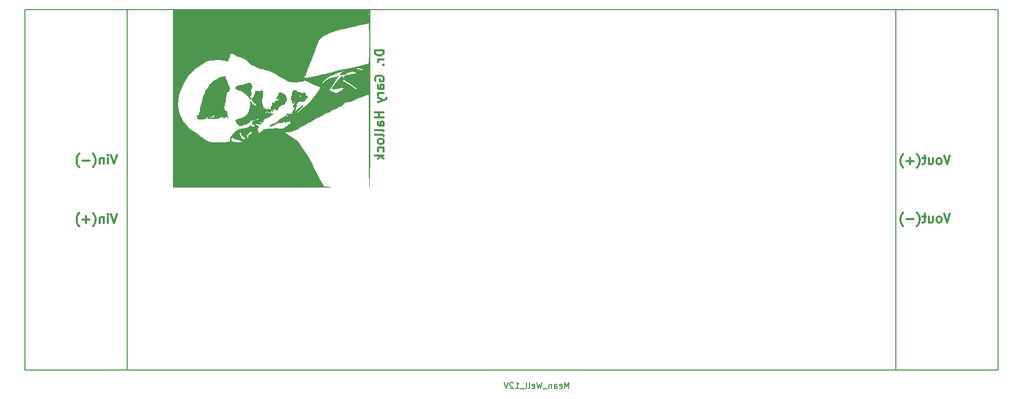
<source format=gbr>
G04 #@! TF.GenerationSoftware,KiCad,Pcbnew,(5.1.6)-1*
G04 #@! TF.CreationDate,2020-09-29T14:02:11-05:00*
G04 #@! TF.ProjectId,Power-Primary,506f7765-722d-4507-9269-6d6172792e6b,rev?*
G04 #@! TF.SameCoordinates,Original*
G04 #@! TF.FileFunction,Legend,Bot*
G04 #@! TF.FilePolarity,Positive*
%FSLAX46Y46*%
G04 Gerber Fmt 4.6, Leading zero omitted, Abs format (unit mm)*
G04 Created by KiCad (PCBNEW (5.1.6)-1) date 2020-09-29 14:02:11*
%MOMM*%
%LPD*%
G01*
G04 APERTURE LIST*
%ADD10C,0.300000*%
%ADD11C,0.010000*%
%ADD12C,0.150000*%
G04 APERTURE END LIST*
D10*
X81171171Y-69054200D02*
X79671171Y-69054200D01*
X79671171Y-69411342D01*
X79742600Y-69625628D01*
X79885457Y-69768485D01*
X80028314Y-69839914D01*
X80314028Y-69911342D01*
X80528314Y-69911342D01*
X80814028Y-69839914D01*
X80956885Y-69768485D01*
X81099742Y-69625628D01*
X81171171Y-69411342D01*
X81171171Y-69054200D01*
X81171171Y-70554200D02*
X80171171Y-70554200D01*
X80456885Y-70554200D02*
X80314028Y-70625628D01*
X80242600Y-70697057D01*
X80171171Y-70839914D01*
X80171171Y-70982771D01*
X81028314Y-71482771D02*
X81099742Y-71554200D01*
X81171171Y-71482771D01*
X81099742Y-71411342D01*
X81028314Y-71482771D01*
X81171171Y-71482771D01*
X79742600Y-74125628D02*
X79671171Y-73982771D01*
X79671171Y-73768485D01*
X79742600Y-73554200D01*
X79885457Y-73411342D01*
X80028314Y-73339914D01*
X80314028Y-73268485D01*
X80528314Y-73268485D01*
X80814028Y-73339914D01*
X80956885Y-73411342D01*
X81099742Y-73554200D01*
X81171171Y-73768485D01*
X81171171Y-73911342D01*
X81099742Y-74125628D01*
X81028314Y-74197057D01*
X80528314Y-74197057D01*
X80528314Y-73911342D01*
X81171171Y-75482771D02*
X80385457Y-75482771D01*
X80242600Y-75411342D01*
X80171171Y-75268485D01*
X80171171Y-74982771D01*
X80242600Y-74839914D01*
X81099742Y-75482771D02*
X81171171Y-75339914D01*
X81171171Y-74982771D01*
X81099742Y-74839914D01*
X80956885Y-74768485D01*
X80814028Y-74768485D01*
X80671171Y-74839914D01*
X80599742Y-74982771D01*
X80599742Y-75339914D01*
X80528314Y-75482771D01*
X81171171Y-76197057D02*
X80171171Y-76197057D01*
X80456885Y-76197057D02*
X80314028Y-76268485D01*
X80242600Y-76339914D01*
X80171171Y-76482771D01*
X80171171Y-76625628D01*
X80171171Y-76982771D02*
X81171171Y-77339914D01*
X80171171Y-77697057D02*
X81171171Y-77339914D01*
X81528314Y-77197057D01*
X81599742Y-77125628D01*
X81671171Y-76982771D01*
X81171171Y-79411342D02*
X79671171Y-79411342D01*
X80385457Y-79411342D02*
X80385457Y-80268485D01*
X81171171Y-80268485D02*
X79671171Y-80268485D01*
X81171171Y-81625628D02*
X80385457Y-81625628D01*
X80242600Y-81554200D01*
X80171171Y-81411342D01*
X80171171Y-81125628D01*
X80242600Y-80982771D01*
X81099742Y-81625628D02*
X81171171Y-81482771D01*
X81171171Y-81125628D01*
X81099742Y-80982771D01*
X80956885Y-80911342D01*
X80814028Y-80911342D01*
X80671171Y-80982771D01*
X80599742Y-81125628D01*
X80599742Y-81482771D01*
X80528314Y-81625628D01*
X81171171Y-82554200D02*
X81099742Y-82411342D01*
X80956885Y-82339914D01*
X79671171Y-82339914D01*
X81171171Y-83339914D02*
X81099742Y-83197057D01*
X80956885Y-83125628D01*
X79671171Y-83125628D01*
X81171171Y-84125628D02*
X81099742Y-83982771D01*
X81028314Y-83911342D01*
X80885457Y-83839914D01*
X80456885Y-83839914D01*
X80314028Y-83911342D01*
X80242600Y-83982771D01*
X80171171Y-84125628D01*
X80171171Y-84339914D01*
X80242600Y-84482771D01*
X80314028Y-84554200D01*
X80456885Y-84625628D01*
X80885457Y-84625628D01*
X81028314Y-84554200D01*
X81099742Y-84482771D01*
X81171171Y-84339914D01*
X81171171Y-84125628D01*
X81099742Y-85911342D02*
X81171171Y-85768485D01*
X81171171Y-85482771D01*
X81099742Y-85339914D01*
X81028314Y-85268485D01*
X80885457Y-85197057D01*
X80456885Y-85197057D01*
X80314028Y-85268485D01*
X80242600Y-85339914D01*
X80171171Y-85482771D01*
X80171171Y-85768485D01*
X80242600Y-85911342D01*
X81171171Y-86554200D02*
X79671171Y-86554200D01*
X80599742Y-86697057D02*
X81171171Y-87125628D01*
X80171171Y-87125628D02*
X80742600Y-86554200D01*
X36763685Y-96333571D02*
X36263685Y-97833571D01*
X35763685Y-96333571D01*
X35263685Y-97833571D02*
X35263685Y-96833571D01*
X35263685Y-96333571D02*
X35335114Y-96405000D01*
X35263685Y-96476428D01*
X35192257Y-96405000D01*
X35263685Y-96333571D01*
X35263685Y-96476428D01*
X34549400Y-96833571D02*
X34549400Y-97833571D01*
X34549400Y-96976428D02*
X34477971Y-96905000D01*
X34335114Y-96833571D01*
X34120828Y-96833571D01*
X33977971Y-96905000D01*
X33906542Y-97047857D01*
X33906542Y-97833571D01*
X32763685Y-98405000D02*
X32835114Y-98333571D01*
X32977971Y-98119285D01*
X33049400Y-97976428D01*
X33120828Y-97762142D01*
X33192257Y-97405000D01*
X33192257Y-97119285D01*
X33120828Y-96762142D01*
X33049400Y-96547857D01*
X32977971Y-96405000D01*
X32835114Y-96190714D01*
X32763685Y-96119285D01*
X32192257Y-97262142D02*
X31049400Y-97262142D01*
X31620828Y-97833571D02*
X31620828Y-96690714D01*
X30477971Y-98405000D02*
X30406542Y-98333571D01*
X30263685Y-98119285D01*
X30192257Y-97976428D01*
X30120828Y-97762142D01*
X30049399Y-97405000D01*
X30049399Y-97119285D01*
X30120828Y-96762142D01*
X30192257Y-96547857D01*
X30263685Y-96405000D01*
X30406542Y-96190714D01*
X30477971Y-96119285D01*
X36763685Y-86478371D02*
X36263685Y-87978371D01*
X35763685Y-86478371D01*
X35263685Y-87978371D02*
X35263685Y-86978371D01*
X35263685Y-86478371D02*
X35335114Y-86549800D01*
X35263685Y-86621228D01*
X35192257Y-86549800D01*
X35263685Y-86478371D01*
X35263685Y-86621228D01*
X34549400Y-86978371D02*
X34549400Y-87978371D01*
X34549400Y-87121228D02*
X34477971Y-87049800D01*
X34335114Y-86978371D01*
X34120828Y-86978371D01*
X33977971Y-87049800D01*
X33906542Y-87192657D01*
X33906542Y-87978371D01*
X32763685Y-88549800D02*
X32835114Y-88478371D01*
X32977971Y-88264085D01*
X33049400Y-88121228D01*
X33120828Y-87906942D01*
X33192257Y-87549800D01*
X33192257Y-87264085D01*
X33120828Y-86906942D01*
X33049400Y-86692657D01*
X32977971Y-86549800D01*
X32835114Y-86335514D01*
X32763685Y-86264085D01*
X32192257Y-87406942D02*
X31049400Y-87406942D01*
X30477971Y-88549800D02*
X30406542Y-88478371D01*
X30263685Y-88264085D01*
X30192257Y-88121228D01*
X30120828Y-87906942D01*
X30049399Y-87549800D01*
X30049399Y-87264085D01*
X30120828Y-86906942D01*
X30192257Y-86692657D01*
X30263685Y-86549800D01*
X30406542Y-86335514D01*
X30477971Y-86264085D01*
X175410285Y-96282771D02*
X174910285Y-97782771D01*
X174410285Y-96282771D01*
X173696000Y-97782771D02*
X173838857Y-97711342D01*
X173910285Y-97639914D01*
X173981714Y-97497057D01*
X173981714Y-97068485D01*
X173910285Y-96925628D01*
X173838857Y-96854200D01*
X173696000Y-96782771D01*
X173481714Y-96782771D01*
X173338857Y-96854200D01*
X173267428Y-96925628D01*
X173196000Y-97068485D01*
X173196000Y-97497057D01*
X173267428Y-97639914D01*
X173338857Y-97711342D01*
X173481714Y-97782771D01*
X173696000Y-97782771D01*
X171910285Y-96782771D02*
X171910285Y-97782771D01*
X172553142Y-96782771D02*
X172553142Y-97568485D01*
X172481714Y-97711342D01*
X172338857Y-97782771D01*
X172124571Y-97782771D01*
X171981714Y-97711342D01*
X171910285Y-97639914D01*
X171410285Y-96782771D02*
X170838857Y-96782771D01*
X171196000Y-96282771D02*
X171196000Y-97568485D01*
X171124571Y-97711342D01*
X170981714Y-97782771D01*
X170838857Y-97782771D01*
X169910285Y-98354200D02*
X169981714Y-98282771D01*
X170124571Y-98068485D01*
X170196000Y-97925628D01*
X170267428Y-97711342D01*
X170338857Y-97354200D01*
X170338857Y-97068485D01*
X170267428Y-96711342D01*
X170196000Y-96497057D01*
X170124571Y-96354200D01*
X169981714Y-96139914D01*
X169910285Y-96068485D01*
X169338857Y-97211342D02*
X168196000Y-97211342D01*
X167624571Y-98354200D02*
X167553142Y-98282771D01*
X167410285Y-98068485D01*
X167338857Y-97925628D01*
X167267428Y-97711342D01*
X167196000Y-97354200D01*
X167196000Y-97068485D01*
X167267428Y-96711342D01*
X167338857Y-96497057D01*
X167410285Y-96354200D01*
X167553142Y-96139914D01*
X167624571Y-96068485D01*
X175410285Y-86554571D02*
X174910285Y-88054571D01*
X174410285Y-86554571D01*
X173696000Y-88054571D02*
X173838857Y-87983142D01*
X173910285Y-87911714D01*
X173981714Y-87768857D01*
X173981714Y-87340285D01*
X173910285Y-87197428D01*
X173838857Y-87126000D01*
X173696000Y-87054571D01*
X173481714Y-87054571D01*
X173338857Y-87126000D01*
X173267428Y-87197428D01*
X173196000Y-87340285D01*
X173196000Y-87768857D01*
X173267428Y-87911714D01*
X173338857Y-87983142D01*
X173481714Y-88054571D01*
X173696000Y-88054571D01*
X171910285Y-87054571D02*
X171910285Y-88054571D01*
X172553142Y-87054571D02*
X172553142Y-87840285D01*
X172481714Y-87983142D01*
X172338857Y-88054571D01*
X172124571Y-88054571D01*
X171981714Y-87983142D01*
X171910285Y-87911714D01*
X171410285Y-87054571D02*
X170838857Y-87054571D01*
X171196000Y-86554571D02*
X171196000Y-87840285D01*
X171124571Y-87983142D01*
X170981714Y-88054571D01*
X170838857Y-88054571D01*
X169910285Y-88626000D02*
X169981714Y-88554571D01*
X170124571Y-88340285D01*
X170196000Y-88197428D01*
X170267428Y-87983142D01*
X170338857Y-87626000D01*
X170338857Y-87340285D01*
X170267428Y-86983142D01*
X170196000Y-86768857D01*
X170124571Y-86626000D01*
X169981714Y-86411714D01*
X169910285Y-86340285D01*
X169338857Y-87483142D02*
X168196000Y-87483142D01*
X168767428Y-88054571D02*
X168767428Y-86911714D01*
X167624571Y-88626000D02*
X167553142Y-88554571D01*
X167410285Y-88340285D01*
X167338857Y-88197428D01*
X167267428Y-87983142D01*
X167196000Y-87626000D01*
X167196000Y-87340285D01*
X167267428Y-86983142D01*
X167338857Y-86768857D01*
X167410285Y-86626000D01*
X167553142Y-86411714D01*
X167624571Y-86340285D01*
D11*
G36*
X59677300Y-91861865D02*
G01*
X61162037Y-91859690D01*
X62588580Y-91857270D01*
X63948910Y-91854634D01*
X65235009Y-91851811D01*
X66438859Y-91848829D01*
X67552441Y-91845717D01*
X68567737Y-91842503D01*
X69476729Y-91839217D01*
X70271398Y-91835887D01*
X70943726Y-91832542D01*
X71485695Y-91829211D01*
X71889286Y-91825922D01*
X72146481Y-91822703D01*
X72249262Y-91819585D01*
X72207967Y-91817002D01*
X71733290Y-91798669D01*
X71385689Y-91770878D01*
X71180276Y-91735231D01*
X71128467Y-91702491D01*
X71083770Y-91586504D01*
X70969771Y-91388362D01*
X70885892Y-91260521D01*
X70698540Y-90966984D01*
X70521704Y-90658433D01*
X70474759Y-90567933D01*
X70362922Y-90347246D01*
X70198212Y-90027129D01*
X70006645Y-89657990D01*
X69884913Y-89424933D01*
X69681923Y-89025254D01*
X69484991Y-88616721D01*
X69323569Y-88261306D01*
X69261260Y-88112600D01*
X69018075Y-87590517D01*
X68676980Y-86986409D01*
X68260498Y-86337286D01*
X67791153Y-85680159D01*
X67738974Y-85611221D01*
X67506525Y-85288111D01*
X67309606Y-84981725D01*
X67175818Y-84736648D01*
X67138189Y-84640760D01*
X67036095Y-84444837D01*
X66823368Y-84217514D01*
X66488465Y-83949414D01*
X66019846Y-83631161D01*
X65497930Y-83308310D01*
X65205721Y-83119505D01*
X64946125Y-82928498D01*
X64789450Y-82790291D01*
X64589175Y-82577108D01*
X65043654Y-82622877D01*
X65521450Y-82600475D01*
X66082377Y-82451355D01*
X66705428Y-82182328D01*
X67138076Y-81943822D01*
X67379796Y-81802756D01*
X67731019Y-81601891D01*
X68152974Y-81363208D01*
X68606890Y-81108688D01*
X68842467Y-80977499D01*
X69287417Y-80729630D01*
X69710851Y-80492439D01*
X70077227Y-80285929D01*
X70351004Y-80130102D01*
X70451134Y-80072135D01*
X70656655Y-79959470D01*
X70979793Y-79791719D01*
X71385345Y-79586742D01*
X71838112Y-79362399D01*
X72144467Y-79212997D01*
X72757562Y-78915503D01*
X73236642Y-78681452D01*
X73600414Y-78501142D01*
X73867583Y-78364869D01*
X74056853Y-78262929D01*
X74186931Y-78185619D01*
X74276521Y-78123235D01*
X74329308Y-78079600D01*
X74572447Y-77886275D01*
X74820399Y-77723854D01*
X75035171Y-77613094D01*
X75178771Y-77574753D01*
X75215126Y-77595607D01*
X75288153Y-77635772D01*
X75467801Y-77595635D01*
X75708067Y-77500548D01*
X76235375Y-77276846D01*
X76764067Y-77060219D01*
X77267270Y-76860935D01*
X77718111Y-76689265D01*
X78089716Y-76555478D01*
X78355213Y-76469843D01*
X78476405Y-76442646D01*
X78684690Y-76428600D01*
X78695412Y-84154427D01*
X78697656Y-85282174D01*
X78701127Y-86360425D01*
X78705708Y-87377314D01*
X78711288Y-88320974D01*
X78717751Y-89179540D01*
X78724983Y-89941144D01*
X78732871Y-90593922D01*
X78741301Y-91126006D01*
X78750158Y-91525530D01*
X78759329Y-91780627D01*
X78768699Y-91879433D01*
X78769634Y-91880260D01*
X78776373Y-91797025D01*
X78782914Y-91553036D01*
X78789219Y-91156877D01*
X78795252Y-90617126D01*
X78800976Y-89942367D01*
X78806353Y-89141178D01*
X78811348Y-88222141D01*
X78815922Y-87193838D01*
X78820040Y-86064849D01*
X78823664Y-84843754D01*
X78826758Y-83539135D01*
X78829284Y-82159573D01*
X78831206Y-80713648D01*
X78832487Y-79209942D01*
X78833090Y-77657035D01*
X78833134Y-77105933D01*
X78833134Y-62331600D01*
X78452134Y-62331600D01*
X78452134Y-62517438D01*
X78596729Y-62526590D01*
X78609460Y-62553095D01*
X78601912Y-62556469D01*
X78433832Y-62573218D01*
X78430967Y-62572765D01*
X78430967Y-62681796D01*
X78557677Y-62682380D01*
X78626000Y-62725584D01*
X78652037Y-62849631D01*
X78651887Y-63092743D01*
X78649008Y-63199433D01*
X78639524Y-63456621D01*
X78628716Y-63551990D01*
X78614492Y-63493054D01*
X78601807Y-63368766D01*
X78558225Y-63121810D01*
X78525719Y-63078120D01*
X78525719Y-64521905D01*
X78647060Y-64532159D01*
X78680258Y-64556663D01*
X78696008Y-64663915D01*
X78709573Y-64917511D01*
X78720941Y-65294718D01*
X78730100Y-65772803D01*
X78737038Y-66329030D01*
X78741744Y-66940667D01*
X78744207Y-67584981D01*
X78744414Y-68239237D01*
X78742354Y-68880701D01*
X78738015Y-69486641D01*
X78731385Y-70034322D01*
X78722453Y-70501011D01*
X78711206Y-70863974D01*
X78697634Y-71100477D01*
X78683670Y-71186071D01*
X78621467Y-71218025D01*
X78621467Y-75370266D01*
X78663800Y-75412600D01*
X78621467Y-75454933D01*
X78579134Y-75412600D01*
X78621467Y-75370266D01*
X78621467Y-71218025D01*
X78581303Y-71238658D01*
X78340899Y-71320564D01*
X77989836Y-71424876D01*
X77555488Y-71544679D01*
X77065231Y-71673060D01*
X76763732Y-71748635D01*
X76763732Y-71938715D01*
X76983132Y-71951333D01*
X77295338Y-72048896D01*
X77452612Y-72112028D01*
X77628119Y-72211725D01*
X77723263Y-72312602D01*
X77721079Y-72380609D01*
X77604601Y-72381697D01*
X77584300Y-72376331D01*
X77423304Y-72336259D01*
X77161846Y-72276534D01*
X76940055Y-72228084D01*
X76671507Y-72165928D01*
X76544597Y-72117479D01*
X76534318Y-72066385D01*
X76601388Y-72006615D01*
X76763732Y-71938715D01*
X76763732Y-71748635D01*
X76546442Y-71803103D01*
X76026495Y-71927896D01*
X75532766Y-72040524D01*
X75092631Y-72134073D01*
X74733466Y-72201629D01*
X74575688Y-72225441D01*
X74575688Y-72406933D01*
X74599184Y-72472595D01*
X74599800Y-72491600D01*
X74532089Y-72568617D01*
X74484218Y-72576266D01*
X74324843Y-72631001D01*
X74137407Y-72761440D01*
X73982979Y-72916935D01*
X73922467Y-73042168D01*
X73961070Y-73112576D01*
X74101714Y-73103589D01*
X74188521Y-73080809D01*
X74394752Y-73041458D01*
X74529202Y-73050818D01*
X74532523Y-73052680D01*
X74648591Y-73041158D01*
X74753302Y-72972115D01*
X74938157Y-72855116D01*
X75225318Y-72724385D01*
X75552294Y-72605119D01*
X75856591Y-72522516D01*
X75879767Y-72517925D01*
X76075726Y-72525049D01*
X76305243Y-72590422D01*
X76507881Y-72689074D01*
X76623205Y-72796039D01*
X76631800Y-72828604D01*
X76558020Y-72894807D01*
X76378228Y-72950811D01*
X76356634Y-72954782D01*
X76089341Y-73000355D01*
X75869800Y-73036994D01*
X75711109Y-73067343D01*
X75658134Y-73084453D01*
X75582589Y-73111874D01*
X75391558Y-73143610D01*
X75138445Y-73171741D01*
X74996795Y-73182518D01*
X74938467Y-73193870D01*
X74938467Y-73592266D01*
X75008157Y-73623244D01*
X74994911Y-73648711D01*
X74894432Y-73658844D01*
X74882022Y-73648711D01*
X74893645Y-73598376D01*
X74938467Y-73592266D01*
X74938467Y-73193870D01*
X74743950Y-73231731D01*
X74582453Y-73365456D01*
X74536760Y-73435187D01*
X74405105Y-73597957D01*
X74345800Y-73599687D01*
X74345800Y-73826791D01*
X74578634Y-73980937D01*
X74781278Y-74110900D01*
X75057314Y-74282833D01*
X75257311Y-74405071D01*
X75554037Y-74594271D01*
X75910463Y-74835106D01*
X76251463Y-75076763D01*
X76264313Y-75086162D01*
X76534135Y-75289471D01*
X76679112Y-75417322D01*
X76715128Y-75488437D01*
X76658064Y-75521541D01*
X76636768Y-75525265D01*
X76438313Y-75481353D01*
X76145923Y-75309204D01*
X75968432Y-75177284D01*
X75697720Y-74979094D01*
X75449292Y-74821106D01*
X75277134Y-74737606D01*
X75068850Y-74635087D01*
X74850706Y-74472731D01*
X74837688Y-74460756D01*
X74641377Y-74323292D01*
X74483879Y-74296199D01*
X74477855Y-74298278D01*
X74383668Y-74296031D01*
X74348013Y-74169187D01*
X74345800Y-74087871D01*
X74345800Y-73826791D01*
X74345800Y-73599687D01*
X74307737Y-73600798D01*
X74259675Y-73445777D01*
X74257316Y-73396769D01*
X74238036Y-73323850D01*
X74171505Y-73337725D01*
X74037790Y-73451865D01*
X73816955Y-73679740D01*
X73780018Y-73719266D01*
X73578061Y-73951337D01*
X73346176Y-74241356D01*
X73108179Y-74556360D01*
X72887887Y-74863387D01*
X72709114Y-75129472D01*
X72595677Y-75321652D01*
X72567800Y-75397080D01*
X72639534Y-75458214D01*
X72805200Y-75492724D01*
X72990499Y-75493253D01*
X73121129Y-75452442D01*
X73121749Y-75451932D01*
X73293991Y-75383259D01*
X73431151Y-75376208D01*
X73643325Y-75371639D01*
X73753134Y-75347388D01*
X74040034Y-75272420D01*
X74285802Y-75266886D01*
X74432653Y-75330566D01*
X74446204Y-75421188D01*
X74343003Y-75547652D01*
X74115690Y-75724302D01*
X73772990Y-75962865D01*
X73523078Y-76110198D01*
X73321881Y-76174779D01*
X73125324Y-76165089D01*
X72889331Y-76089608D01*
X72675305Y-76001419D01*
X72318097Y-75839237D01*
X72068203Y-75702720D01*
X71940142Y-75601908D01*
X71948434Y-75546841D01*
X72007467Y-75539600D01*
X72077609Y-75527980D01*
X72152622Y-75477748D01*
X72251388Y-75365844D01*
X72392792Y-75169207D01*
X72595719Y-74864776D01*
X72735477Y-74650600D01*
X72963262Y-74312280D01*
X73214206Y-73957332D01*
X73387867Y-73723428D01*
X73553150Y-73496840D01*
X73612313Y-73381030D01*
X73572079Y-73360521D01*
X73541008Y-73370884D01*
X73313613Y-73444419D01*
X73202800Y-73471127D01*
X72830112Y-73547425D01*
X72556376Y-73610855D01*
X72313810Y-73678107D01*
X72129382Y-73735396D01*
X71887817Y-73833945D01*
X71721434Y-73941585D01*
X71684169Y-73989807D01*
X71585815Y-74079210D01*
X71523581Y-74075065D01*
X71411634Y-74115176D01*
X71264276Y-74278012D01*
X71207975Y-74362614D01*
X71105560Y-74508598D01*
X71105560Y-75049774D01*
X71126229Y-75133865D01*
X71127170Y-75179766D01*
X71096312Y-75328418D01*
X71043800Y-75370266D01*
X70965017Y-75316967D01*
X71015446Y-75162760D01*
X71043800Y-75116266D01*
X71105560Y-75049774D01*
X71105560Y-74508598D01*
X71041259Y-74600255D01*
X70930007Y-74686500D01*
X70877990Y-74619090D01*
X70874467Y-74562306D01*
X70933452Y-74427580D01*
X71087752Y-74220213D01*
X71303384Y-73976907D01*
X71546364Y-73734364D01*
X71782711Y-73529285D01*
X71923785Y-73429040D01*
X72059492Y-73363229D01*
X72312820Y-73255381D01*
X72650267Y-73118408D01*
X73038329Y-72965225D01*
X73443502Y-72808743D01*
X73832282Y-72661878D01*
X74171164Y-72537540D01*
X74426647Y-72448644D01*
X74565225Y-72408104D01*
X74575688Y-72406933D01*
X74575688Y-72225441D01*
X74557467Y-72228192D01*
X74133378Y-72298044D01*
X73647858Y-72402202D01*
X73199402Y-72519324D01*
X73160467Y-72530903D01*
X72807921Y-72630990D01*
X72344172Y-72753737D01*
X71823357Y-72885248D01*
X71299612Y-73011626D01*
X71170800Y-73041659D01*
X70655624Y-73160946D01*
X70129396Y-73283055D01*
X69646084Y-73395448D01*
X69259656Y-73485585D01*
X69181134Y-73503964D01*
X68751019Y-73594517D01*
X68381662Y-73652913D01*
X68101693Y-73676238D01*
X67939744Y-73661577D01*
X67911134Y-73633244D01*
X67941180Y-73543221D01*
X68023746Y-73325608D01*
X68147469Y-73009638D01*
X68300988Y-72624544D01*
X68363598Y-72469077D01*
X68813827Y-71344189D01*
X69196571Y-70366252D01*
X69514547Y-69528121D01*
X69770471Y-68822649D01*
X69946956Y-68304539D01*
X70097038Y-67874992D01*
X70235187Y-67560776D01*
X70387543Y-67312227D01*
X70580245Y-67079677D01*
X70606506Y-67051359D01*
X70921733Y-66766454D01*
X71321440Y-66501429D01*
X71818536Y-66251488D01*
X72425928Y-66011832D01*
X73156524Y-65777667D01*
X74023231Y-65544195D01*
X75038956Y-65306619D01*
X75658134Y-65174063D01*
X76007204Y-65097279D01*
X76462129Y-64991440D01*
X76964929Y-64870296D01*
X77457623Y-64747598D01*
X77475054Y-64743169D01*
X77960090Y-64624258D01*
X78303520Y-64551554D01*
X78525719Y-64521905D01*
X78525719Y-63078120D01*
X78476434Y-63011876D01*
X78426099Y-62999111D01*
X78330485Y-62986369D01*
X78397676Y-62959410D01*
X78430967Y-62950570D01*
X78564244Y-62876773D01*
X78541856Y-62790417D01*
X78388634Y-62730018D01*
X78276968Y-62703200D01*
X78321518Y-62688668D01*
X78430967Y-62681796D01*
X78430967Y-62572765D01*
X78347912Y-62559606D01*
X78313384Y-62532655D01*
X78425841Y-62517997D01*
X78452134Y-62517438D01*
X78452134Y-62331600D01*
X76589467Y-62331600D01*
X76589467Y-64448266D01*
X76631800Y-64490600D01*
X76589467Y-64532933D01*
X76547134Y-64490600D01*
X76589467Y-64448266D01*
X76589467Y-62331600D01*
X55735273Y-62331600D01*
X55735273Y-69553325D01*
X55977261Y-69581196D01*
X56259617Y-69700701D01*
X56437551Y-69817907D01*
X56696384Y-69971554D01*
X57005385Y-70098605D01*
X57079622Y-70120514D01*
X57755970Y-70346853D01*
X58279110Y-70629942D01*
X58656894Y-70974249D01*
X58716396Y-71051819D01*
X58910148Y-71294576D01*
X59083903Y-71429069D01*
X59296266Y-71497019D01*
X59356630Y-71507605D01*
X59665510Y-71605431D01*
X59914298Y-71768455D01*
X59918726Y-71772828D01*
X60071564Y-71887198D01*
X60299735Y-71985572D01*
X60636917Y-72080043D01*
X60989096Y-72157137D01*
X61401239Y-72252442D01*
X61796051Y-72363275D01*
X62114729Y-72472293D01*
X62235110Y-72524627D01*
X62677336Y-72749973D01*
X63162961Y-73004923D01*
X63650521Y-73267007D01*
X64098552Y-73513759D01*
X64465591Y-73722707D01*
X64651467Y-73834038D01*
X64923597Y-73997098D01*
X65170238Y-74134708D01*
X65286467Y-74193008D01*
X65512062Y-74249269D01*
X65860717Y-74282955D01*
X66287646Y-74293901D01*
X66748065Y-74281940D01*
X67197190Y-74246907D01*
X67523253Y-74201273D01*
X68109039Y-74096909D01*
X69004919Y-74517484D01*
X69386108Y-74691289D01*
X69735188Y-74841213D01*
X70010087Y-74949728D01*
X70154800Y-74996503D01*
X70417602Y-75080615D01*
X70555545Y-75198146D01*
X70571008Y-75371948D01*
X70466370Y-75624868D01*
X70255390Y-75962933D01*
X70083674Y-76194706D01*
X69827048Y-76513504D01*
X69516566Y-76882957D01*
X69183282Y-77266695D01*
X68858251Y-77628349D01*
X68588467Y-77915183D01*
X68404105Y-78087925D01*
X68149226Y-78306311D01*
X67953467Y-78464239D01*
X67808266Y-78580547D01*
X67808266Y-78845846D01*
X67801454Y-78895504D01*
X67760284Y-78975563D01*
X67618827Y-79173951D01*
X67520894Y-79271896D01*
X67421334Y-79345353D01*
X67428147Y-79295695D01*
X67469316Y-79215636D01*
X67610773Y-79017248D01*
X67708706Y-78919303D01*
X67808266Y-78845846D01*
X67808266Y-78580547D01*
X67717669Y-78653117D01*
X67531051Y-78810576D01*
X67445467Y-78890858D01*
X67276134Y-79063883D01*
X67276134Y-79434266D01*
X67318467Y-79476600D01*
X67276134Y-79518933D01*
X67233800Y-79476600D01*
X67276134Y-79434266D01*
X67276134Y-79063883D01*
X67271892Y-79068218D01*
X67055621Y-79264758D01*
X66834021Y-79449840D01*
X66644461Y-79592828D01*
X66524308Y-79663088D01*
X66503285Y-79663306D01*
X66538195Y-79586937D01*
X66672003Y-79420639D01*
X66881455Y-79191753D01*
X67055350Y-79014186D01*
X67374059Y-78686335D01*
X67570504Y-78457315D01*
X67651851Y-78316771D01*
X67625265Y-78254349D01*
X67585024Y-78248933D01*
X67484501Y-78302738D01*
X67317604Y-78437907D01*
X67246725Y-78503318D01*
X67071025Y-78653971D01*
X66943205Y-78732715D01*
X66916668Y-78736151D01*
X66838943Y-78786527D01*
X66769223Y-78905100D01*
X66668901Y-79051449D01*
X66585779Y-79095600D01*
X66468888Y-79162733D01*
X66448114Y-79201433D01*
X66378359Y-79263742D01*
X66347558Y-79249043D01*
X66339458Y-79142462D01*
X66401809Y-78957452D01*
X66416310Y-78927202D01*
X66493166Y-78714742D01*
X66503930Y-78550929D01*
X66500752Y-78540924D01*
X66511844Y-78435129D01*
X66557992Y-78418266D01*
X66624434Y-78353199D01*
X66609714Y-78155335D01*
X66589998Y-77975249D01*
X66637493Y-77926930D01*
X66668434Y-77935115D01*
X66757157Y-77907170D01*
X66773937Y-77795880D01*
X66821249Y-77645729D01*
X66937568Y-77610782D01*
X67138770Y-77573468D01*
X67222201Y-77536435D01*
X67357700Y-77525858D01*
X67403134Y-77571600D01*
X67517909Y-77630861D01*
X67584167Y-77604910D01*
X67719136Y-77534752D01*
X67885216Y-77500837D01*
X67911134Y-77497516D01*
X67991868Y-77420195D01*
X67995800Y-77390808D01*
X68052993Y-77272257D01*
X68192212Y-77112905D01*
X68207467Y-77098518D01*
X68354093Y-76913549D01*
X68418961Y-76734606D01*
X68419134Y-76727363D01*
X68390799Y-76604924D01*
X68273602Y-76591024D01*
X68205926Y-76605885D01*
X68057463Y-76629770D01*
X68033977Y-76564318D01*
X68072743Y-76448915D01*
X68109476Y-76232752D01*
X68015430Y-76123694D01*
X67791589Y-76122491D01*
X67678056Y-76148982D01*
X67465303Y-76191984D01*
X67349763Y-76159859D01*
X67296784Y-76090515D01*
X67163811Y-75989053D01*
X67098040Y-75993750D01*
X67098040Y-76493804D01*
X67188145Y-76495939D01*
X67254659Y-76516741D01*
X67330012Y-76612987D01*
X67338169Y-76760693D01*
X67283790Y-76875526D01*
X67233800Y-76894266D01*
X67170349Y-76825181D01*
X67111317Y-76676437D01*
X67086458Y-76535804D01*
X67098040Y-76493804D01*
X67098040Y-75993750D01*
X67013941Y-75999757D01*
X66861552Y-76011552D01*
X66810467Y-75972828D01*
X66739796Y-75892886D01*
X66566545Y-75799060D01*
X66535300Y-75786225D01*
X66344800Y-75708878D01*
X66344800Y-76555600D01*
X66387134Y-76597933D01*
X66344800Y-76640266D01*
X66302467Y-76597933D01*
X66344800Y-76555600D01*
X66344800Y-75708878D01*
X66332262Y-75703787D01*
X66203212Y-75647239D01*
X66196634Y-75643887D01*
X66140894Y-75679577D01*
X66133134Y-75735152D01*
X66064714Y-75872221D01*
X66006134Y-75908884D01*
X65909889Y-76035145D01*
X65879134Y-76293945D01*
X65859529Y-76520335D01*
X65810789Y-76665999D01*
X65794156Y-76682792D01*
X65746693Y-76795423D01*
X65758683Y-76932552D01*
X65763386Y-77105533D01*
X65716660Y-77186360D01*
X65630702Y-77309105D01*
X65626430Y-77343763D01*
X65658274Y-77378629D01*
X65706493Y-77320051D01*
X65800793Y-77240491D01*
X65872509Y-77315472D01*
X65911478Y-77530659D01*
X65915145Y-77614418D01*
X65927569Y-77810130D01*
X65949891Y-77907590D01*
X65954091Y-77910017D01*
X66027323Y-77854663D01*
X66164091Y-77718649D01*
X66186925Y-77694237D01*
X66327058Y-77567134D01*
X66378697Y-77581300D01*
X66341524Y-77733439D01*
X66217800Y-78014926D01*
X66097691Y-78279598D01*
X66057598Y-78428042D01*
X66094788Y-78491768D01*
X66175467Y-78502933D01*
X66276293Y-78578661D01*
X66302467Y-78756933D01*
X66272595Y-78940526D01*
X66198644Y-78989766D01*
X66103824Y-79042235D01*
X66067852Y-79137933D01*
X65996966Y-79331174D01*
X65890074Y-79505814D01*
X65775534Y-79629843D01*
X65718385Y-79645198D01*
X65718385Y-80982251D01*
X65803222Y-81000016D01*
X65819285Y-81006043D01*
X65922963Y-81073115D01*
X65923707Y-81111248D01*
X65834142Y-81101751D01*
X65771889Y-81053439D01*
X65718385Y-80982251D01*
X65718385Y-79645198D01*
X65650160Y-79663531D01*
X65443766Y-79622671D01*
X65410783Y-79613663D01*
X65175687Y-79565611D01*
X65049733Y-79590562D01*
X65016347Y-79626782D01*
X64955196Y-79765663D01*
X64968194Y-79838716D01*
X65011300Y-79829150D01*
X65113484Y-79849419D01*
X65179791Y-79904344D01*
X65235809Y-80024748D01*
X65195324Y-80073269D01*
X65082946Y-80058009D01*
X65074800Y-80050386D01*
X65074800Y-80619600D01*
X65117134Y-80661933D01*
X65074800Y-80704266D01*
X65032467Y-80661933D01*
X65074800Y-80619600D01*
X65074800Y-80050386D01*
X64992147Y-79973035D01*
X64901432Y-79869948D01*
X64816437Y-79881512D01*
X64700864Y-79978207D01*
X64507378Y-80135067D01*
X64365749Y-80231083D01*
X63809262Y-80600955D01*
X63327383Y-80975586D01*
X63084577Y-81149905D01*
X62865040Y-81266607D01*
X62749836Y-81296933D01*
X62543877Y-81349739D01*
X62445598Y-81416373D01*
X62292150Y-81536673D01*
X62218812Y-81574115D01*
X62149977Y-81639154D01*
X62160609Y-81666095D01*
X62268767Y-81674597D01*
X62482902Y-81623400D01*
X62757557Y-81528577D01*
X63047278Y-81406202D01*
X63306606Y-81272348D01*
X63352254Y-81244720D01*
X63643930Y-81108259D01*
X63920689Y-81093393D01*
X63948848Y-81097564D01*
X64202143Y-81099861D01*
X64348261Y-81008880D01*
X64499019Y-80893759D01*
X64631741Y-80890706D01*
X64693502Y-80999402D01*
X64693800Y-81010966D01*
X64712338Y-81101231D01*
X64796143Y-81062514D01*
X64833807Y-81032138D01*
X65014666Y-80947201D01*
X65122640Y-80941156D01*
X65277074Y-80919506D01*
X65326296Y-80877651D01*
X65447834Y-80803508D01*
X65548442Y-80788933D01*
X65663580Y-80813075D01*
X65647191Y-80915330D01*
X65627883Y-80953128D01*
X65584997Y-81110175D01*
X65635777Y-81176511D01*
X65669115Y-81251978D01*
X65593002Y-81313232D01*
X65429081Y-81350641D01*
X65357381Y-81330767D01*
X65299571Y-81321507D01*
X65316246Y-81361286D01*
X65285612Y-81455706D01*
X65141639Y-81588211D01*
X65054161Y-81646839D01*
X64813456Y-81806059D01*
X64609991Y-81959678D01*
X64572002Y-81992737D01*
X64366149Y-82092776D01*
X64070392Y-82137460D01*
X63756687Y-82121182D01*
X63566464Y-82071111D01*
X63426443Y-82055063D01*
X63155856Y-82055233D01*
X62792593Y-82070627D01*
X62374546Y-82100252D01*
X62338798Y-82103300D01*
X61892586Y-82143608D01*
X61576931Y-82180928D01*
X61353589Y-82225713D01*
X61184318Y-82288414D01*
X61030875Y-82379482D01*
X60856148Y-82508504D01*
X60630423Y-82673937D01*
X60458014Y-82787198D01*
X60386324Y-82820933D01*
X60320430Y-82749816D01*
X60230774Y-82572371D01*
X60202731Y-82503433D01*
X60118508Y-82287608D01*
X60060794Y-82144421D01*
X60053019Y-82126488D01*
X60089410Y-82034567D01*
X60200763Y-81917172D01*
X60319201Y-81791391D01*
X60376833Y-81687437D01*
X60356202Y-81648007D01*
X60301085Y-81671782D01*
X60192426Y-81655134D01*
X60029681Y-81559601D01*
X59874127Y-81430256D01*
X59787039Y-81312173D01*
X59783134Y-81290788D01*
X59849413Y-81225727D01*
X59995154Y-81218514D01*
X60140711Y-81269042D01*
X60168367Y-81291298D01*
X60298336Y-81328331D01*
X60511310Y-81315403D01*
X60544668Y-81309089D01*
X60727219Y-81252443D01*
X60749398Y-81193568D01*
X60734411Y-81182259D01*
X60571757Y-81151562D01*
X60459709Y-81170173D01*
X60324689Y-81178306D01*
X60291134Y-81134918D01*
X60364877Y-81047815D01*
X60543002Y-80986681D01*
X60760845Y-80967551D01*
X60893953Y-80985453D01*
X61022720Y-80993340D01*
X61042512Y-80890386D01*
X61034525Y-80842324D01*
X61059281Y-80636365D01*
X61184189Y-80486451D01*
X61304709Y-80450266D01*
X61447556Y-80414887D01*
X61562282Y-80365600D01*
X61786245Y-80253129D01*
X61899800Y-80196266D01*
X62242066Y-80007703D01*
X62501347Y-79830469D01*
X62655951Y-79682452D01*
X62684187Y-79581543D01*
X62666352Y-79564080D01*
X62530247Y-79550180D01*
X62465179Y-79567208D01*
X62340466Y-79544872D01*
X62297180Y-79461650D01*
X62260559Y-79366818D01*
X62220886Y-79422314D01*
X62195233Y-79497766D01*
X62110517Y-79660740D01*
X62024468Y-79659983D01*
X61959935Y-79518933D01*
X61879680Y-79401203D01*
X61758586Y-79347941D01*
X61663198Y-79377083D01*
X61645800Y-79434266D01*
X61577224Y-79509381D01*
X61518800Y-79518933D01*
X61406050Y-79478725D01*
X61391800Y-79444633D01*
X61449726Y-79334291D01*
X61518800Y-79264933D01*
X61620991Y-79208534D01*
X61645800Y-79229166D01*
X61691913Y-79241917D01*
X61744454Y-79200146D01*
X61851698Y-79151083D01*
X61934954Y-79224224D01*
X62083597Y-79307201D01*
X62261709Y-79275237D01*
X62399550Y-79150621D01*
X62430692Y-79065802D01*
X62459101Y-78946452D01*
X62497924Y-78969812D01*
X62557082Y-79095600D01*
X62625057Y-79238485D01*
X62650312Y-79231261D01*
X62656433Y-79116766D01*
X62709139Y-78963782D01*
X62788800Y-78926266D01*
X62891942Y-78854645D01*
X62915800Y-78745515D01*
X62924122Y-78634320D01*
X62970005Y-78643175D01*
X63084826Y-78779650D01*
X63091279Y-78787848D01*
X63228731Y-78939871D01*
X63327671Y-79010334D01*
X63333001Y-79010933D01*
X63411611Y-78945225D01*
X63542296Y-78776509D01*
X63640073Y-78629933D01*
X63788835Y-78416378D01*
X63911581Y-78278127D01*
X63960517Y-78248933D01*
X64071885Y-78190004D01*
X64160618Y-78100766D01*
X64268511Y-78010496D01*
X64324157Y-78055380D01*
X64411367Y-78102828D01*
X64542041Y-78053165D01*
X64655704Y-77942957D01*
X64693800Y-77831857D01*
X64748101Y-77687447D01*
X64877604Y-77513863D01*
X64998686Y-77352099D01*
X65000613Y-77211384D01*
X64963992Y-77127406D01*
X64875405Y-76895072D01*
X64825533Y-76689458D01*
X64727738Y-76434421D01*
X64534675Y-76315281D01*
X64482134Y-76309674D01*
X64482134Y-77825600D01*
X64524467Y-77867933D01*
X64482134Y-77910266D01*
X64439800Y-77867933D01*
X64482134Y-77825600D01*
X64482134Y-76309674D01*
X64418634Y-76302896D01*
X64292883Y-76266434D01*
X64270467Y-76226803D01*
X64198457Y-76156809D01*
X64032981Y-76108139D01*
X63849868Y-76098531D01*
X63780438Y-76112165D01*
X63684142Y-76214283D01*
X63677800Y-76253314D01*
X63637708Y-76412531D01*
X63621356Y-76449573D01*
X63621356Y-76583822D01*
X63671690Y-76595444D01*
X63677800Y-76640266D01*
X63646822Y-76709956D01*
X63621356Y-76696711D01*
X63611223Y-76596231D01*
X63621356Y-76583822D01*
X63621356Y-76449573D01*
X63542003Y-76629331D01*
X63427543Y-76830153D01*
X63333772Y-76939913D01*
X63252129Y-77044197D01*
X63305635Y-77120926D01*
X63431966Y-77121599D01*
X63631062Y-77103249D01*
X63728234Y-77120757D01*
X63767493Y-77189479D01*
X63693031Y-77289841D01*
X63548299Y-77390463D01*
X63376745Y-77459965D01*
X63242955Y-77471234D01*
X63084515Y-77500248D01*
X63036295Y-77603832D01*
X62976653Y-77775338D01*
X62882968Y-77881885D01*
X62866411Y-77882661D01*
X62866411Y-78340284D01*
X62976225Y-78355850D01*
X62977536Y-78384752D01*
X62864219Y-78404964D01*
X62815259Y-78391436D01*
X62783188Y-78353842D01*
X62866411Y-78340284D01*
X62866411Y-77882661D01*
X62796189Y-77885956D01*
X62771161Y-77846766D01*
X62688123Y-77745151D01*
X62614491Y-77775014D01*
X62615088Y-77896471D01*
X62592284Y-78084106D01*
X62577134Y-78106124D01*
X62577134Y-78600968D01*
X62697329Y-78614273D01*
X62682967Y-78643673D01*
X62509625Y-78654855D01*
X62471300Y-78643673D01*
X62460664Y-78612770D01*
X62577134Y-78600968D01*
X62577134Y-78106124D01*
X62472627Y-78258009D01*
X62326594Y-78496396D01*
X62308769Y-78756749D01*
X62320864Y-78945942D01*
X62291029Y-78992791D01*
X62197177Y-78923119D01*
X62179835Y-78907494D01*
X62017552Y-78819456D01*
X61917064Y-78830930D01*
X61761067Y-78867017D01*
X61562113Y-78859803D01*
X61346042Y-78754296D01*
X61138243Y-78531465D01*
X61009513Y-78298651D01*
X61009513Y-78537301D01*
X61053134Y-78545266D01*
X61134571Y-78653509D01*
X61137800Y-78677263D01*
X61073221Y-78754652D01*
X61053134Y-78756933D01*
X60978829Y-78688017D01*
X60968467Y-78624936D01*
X61009513Y-78537301D01*
X61009513Y-78298651D01*
X60977397Y-78240567D01*
X60916146Y-78037266D01*
X60847123Y-77647928D01*
X60820425Y-77394940D01*
X60834743Y-77251039D01*
X60875705Y-77195603D01*
X60922474Y-77083521D01*
X60954525Y-76833106D01*
X60968221Y-76474997D01*
X60968467Y-76414544D01*
X60964640Y-76063228D01*
X60949287Y-75852114D01*
X60916605Y-75752167D01*
X60860785Y-75734351D01*
X60834065Y-75742391D01*
X60624803Y-75800077D01*
X60624803Y-78587600D01*
X60711021Y-78649060D01*
X60714467Y-78672266D01*
X60685580Y-78754732D01*
X60677130Y-78756933D01*
X60638419Y-78725161D01*
X60638419Y-80564983D01*
X60765849Y-80593938D01*
X60877627Y-80645897D01*
X60832331Y-80675063D01*
X60771340Y-80688082D01*
X60616763Y-80691041D01*
X60566729Y-80669417D01*
X60544306Y-80591551D01*
X60638419Y-80564983D01*
X60638419Y-78725161D01*
X60604844Y-78697604D01*
X60587467Y-78672266D01*
X60594180Y-78594247D01*
X60624803Y-78587600D01*
X60624803Y-75800077D01*
X60539707Y-75823536D01*
X60242313Y-75855686D01*
X60234689Y-75855039D01*
X60234689Y-78277155D01*
X60285023Y-78288777D01*
X60291134Y-78333600D01*
X60260155Y-78403290D01*
X60234689Y-78390044D01*
X60224556Y-78289564D01*
X60234689Y-78277155D01*
X60234689Y-75855039D01*
X60003475Y-75835401D01*
X59910592Y-75793980D01*
X59818032Y-75735808D01*
X59776866Y-75782642D01*
X59774040Y-75961238D01*
X59779834Y-76062010D01*
X59746774Y-76239059D01*
X59650125Y-76471491D01*
X59519318Y-76707002D01*
X59383783Y-76893291D01*
X59272952Y-76978052D01*
X59263882Y-76978933D01*
X59208046Y-77051254D01*
X59190467Y-77184087D01*
X59245221Y-77351632D01*
X59380166Y-77559986D01*
X59551331Y-77755855D01*
X59714742Y-77885946D01*
X59789646Y-77910266D01*
X59863790Y-77976316D01*
X59867800Y-78006766D01*
X59929055Y-78130430D01*
X60015967Y-78213649D01*
X60106506Y-78292815D01*
X60054527Y-78312938D01*
X59952467Y-78306825D01*
X59756130Y-78257316D01*
X59528654Y-78155839D01*
X59325995Y-78033429D01*
X59204111Y-77921121D01*
X59190467Y-77884199D01*
X59142689Y-77769476D01*
X59039007Y-77617426D01*
X58957773Y-77521243D01*
X58915559Y-77512286D01*
X58904065Y-77615155D01*
X58914992Y-77854453D01*
X58921909Y-77964500D01*
X58897656Y-78631875D01*
X58740312Y-79213238D01*
X58457953Y-79696853D01*
X58058652Y-80070987D01*
X57550486Y-80323903D01*
X57243134Y-80404149D01*
X56851116Y-80497379D01*
X56612964Y-80601558D01*
X56513226Y-80725588D01*
X56515825Y-80823058D01*
X56558885Y-81028973D01*
X56570595Y-81127600D01*
X56595932Y-81180011D01*
X56650467Y-81085266D01*
X56703473Y-80980870D01*
X56724254Y-81026429D01*
X56729183Y-81135434D01*
X56801011Y-81328209D01*
X56969273Y-81490896D01*
X57179156Y-81591012D01*
X57375847Y-81596076D01*
X57444598Y-81559400D01*
X57592806Y-81495896D01*
X57668391Y-81509789D01*
X57784590Y-81497019D01*
X57874605Y-81414440D01*
X57981483Y-81311793D01*
X58093362Y-81350450D01*
X58122972Y-81373996D01*
X58227759Y-81438546D01*
X58258255Y-81361960D01*
X58259134Y-81316358D01*
X58327322Y-81143942D01*
X58519864Y-81071404D01*
X58752695Y-81091110D01*
X58902757Y-81116407D01*
X58906128Y-81083983D01*
X58830634Y-81018201D01*
X58713629Y-80905399D01*
X58682467Y-80852709D01*
X58763134Y-80806824D01*
X58990175Y-80752584D01*
X59341145Y-80694866D01*
X59519564Y-80670830D01*
X59799159Y-80590871D01*
X60039900Y-80461608D01*
X60198696Y-80351780D01*
X60272551Y-80342722D01*
X60310874Y-80432134D01*
X60315280Y-80448792D01*
X60292034Y-80604899D01*
X60119340Y-80688224D01*
X59916217Y-80704266D01*
X59708105Y-80741961D01*
X59466045Y-80833286D01*
X59453783Y-80839309D01*
X59279689Y-80947105D01*
X59247133Y-81038739D01*
X59274975Y-81085076D01*
X59318364Y-81192903D01*
X59257501Y-81239682D01*
X59244685Y-81275799D01*
X59341432Y-81304813D01*
X59488099Y-81313022D01*
X59550300Y-81306959D01*
X59601714Y-81369094D01*
X59613800Y-81466266D01*
X59655083Y-81603745D01*
X59712578Y-81635600D01*
X59797184Y-81652693D01*
X59756129Y-81692507D01*
X59628311Y-81737836D01*
X59452630Y-81771479D01*
X59392969Y-81776947D01*
X59173583Y-81766098D01*
X59067776Y-81687060D01*
X59067776Y-82482266D01*
X59156584Y-82551292D01*
X59189915Y-82713991D01*
X59167036Y-82903798D01*
X59087213Y-83054149D01*
X59074198Y-83066027D01*
X58903479Y-83123098D01*
X58820198Y-83109669D01*
X58809467Y-83110091D01*
X58809467Y-83836933D01*
X58851800Y-83879266D01*
X58809467Y-83921600D01*
X58767134Y-83879266D01*
X58809467Y-83836933D01*
X58809467Y-83110091D01*
X58703866Y-83114250D01*
X58682467Y-83188891D01*
X58651122Y-83363387D01*
X58640134Y-83390553D01*
X58640134Y-84006266D01*
X58682467Y-84048600D01*
X58640134Y-84090933D01*
X58597800Y-84048600D01*
X58640134Y-84006266D01*
X58640134Y-83390553D01*
X58576887Y-83546921D01*
X58489463Y-83679928D01*
X58424035Y-83707194D01*
X58389179Y-83603855D01*
X58401458Y-83507737D01*
X58395248Y-83349913D01*
X58351176Y-83291158D01*
X58264097Y-83182605D01*
X58303338Y-83092032D01*
X58376085Y-83074933D01*
X58495456Y-83012378D01*
X58656653Y-82855193D01*
X58719060Y-82778600D01*
X58883613Y-82596879D01*
X59028593Y-82492265D01*
X59067776Y-82482266D01*
X59067776Y-81687060D01*
X59056268Y-81678463D01*
X59022098Y-81609907D01*
X58965297Y-81479691D01*
X58946075Y-81504519D01*
X58941834Y-81602712D01*
X58908846Y-81710994D01*
X58794418Y-81797216D01*
X58563975Y-81882394D01*
X58407300Y-81927618D01*
X58043748Y-82015871D01*
X57668740Y-82088173D01*
X57454992Y-82118258D01*
X57241713Y-82161750D01*
X57241713Y-82734247D01*
X57364192Y-82780912D01*
X57412467Y-82900821D01*
X57470753Y-83048729D01*
X57620379Y-83251454D01*
X57749649Y-83387654D01*
X57985111Y-83639861D01*
X58075776Y-83809918D01*
X58022678Y-83901732D01*
X57891256Y-83921600D01*
X57679030Y-83860614D01*
X57566511Y-83773433D01*
X57441399Y-83592334D01*
X57311263Y-83352934D01*
X57199794Y-83107073D01*
X57130682Y-82906590D01*
X57124808Y-82806897D01*
X57241713Y-82734247D01*
X57241713Y-82161750D01*
X57136109Y-82183285D01*
X56837667Y-82320882D01*
X56528663Y-82551949D01*
X56178095Y-82897382D01*
X56027204Y-83064244D01*
X56027204Y-83537959D01*
X56099201Y-83582159D01*
X56187556Y-83693951D01*
X56189338Y-83744923D01*
X56238038Y-83788333D01*
X56404359Y-83819475D01*
X56440360Y-83822385D01*
X56700214Y-83870966D01*
X57001225Y-83968912D01*
X57091057Y-84006796D01*
X57345807Y-84107331D01*
X57560805Y-84166911D01*
X57619900Y-84173740D01*
X57739123Y-84195415D01*
X57727385Y-84243896D01*
X57616965Y-84300967D01*
X57440144Y-84348416D01*
X57277397Y-84367006D01*
X56730586Y-84374551D01*
X56295117Y-84346699D01*
X55990626Y-84285587D01*
X55852181Y-84211885D01*
X55747264Y-84033497D01*
X55729007Y-83834340D01*
X55780711Y-83656984D01*
X55885676Y-83544000D01*
X56027204Y-83537959D01*
X56027204Y-83064244D01*
X55989044Y-83106444D01*
X55761585Y-83373704D01*
X55629354Y-83564470D01*
X55569842Y-83723952D01*
X55560539Y-83897357D01*
X55564231Y-83959640D01*
X55589174Y-84302600D01*
X54362987Y-84370009D01*
X53607436Y-84403890D01*
X52992380Y-84409000D01*
X52490375Y-84378238D01*
X52073977Y-84304505D01*
X51715739Y-84180701D01*
X51388217Y-83999728D01*
X51063966Y-83754485D01*
X50715542Y-83437872D01*
X50699322Y-83422283D01*
X50346414Y-83111549D01*
X49999853Y-82857275D01*
X49710533Y-82696731D01*
X49224511Y-82424404D01*
X48727046Y-82021138D01*
X48247114Y-81520435D01*
X47813693Y-80955794D01*
X47455761Y-80360715D01*
X47218082Y-79815266D01*
X46973098Y-78916272D01*
X46880085Y-78051110D01*
X46935852Y-77185807D01*
X46958029Y-77047046D01*
X47145215Y-76239289D01*
X47423396Y-75414335D01*
X47773304Y-74613963D01*
X48175670Y-73879949D01*
X48611226Y-73254072D01*
X48818800Y-73012500D01*
X49240708Y-72599708D01*
X49758659Y-72155626D01*
X50326940Y-71714778D01*
X50899839Y-71311684D01*
X51431643Y-70980866D01*
X51697467Y-70838561D01*
X51954813Y-70758107D01*
X52337683Y-70695645D01*
X52803099Y-70652390D01*
X53308083Y-70629558D01*
X53809660Y-70628363D01*
X54264851Y-70650021D01*
X54630680Y-70695747D01*
X54829017Y-70750010D01*
X55044769Y-70834028D01*
X55191332Y-70879996D01*
X55211886Y-70882933D01*
X55258244Y-70806456D01*
X55318488Y-70605571D01*
X55379871Y-70323096D01*
X55382035Y-70311433D01*
X55448179Y-70005146D01*
X55519022Y-69758017D01*
X55577380Y-69626801D01*
X55735273Y-69553325D01*
X55735273Y-62331600D01*
X46067134Y-62331600D01*
X46067134Y-91880266D01*
X59677300Y-91861865D01*
G37*
X59677300Y-91861865D02*
X61162037Y-91859690D01*
X62588580Y-91857270D01*
X63948910Y-91854634D01*
X65235009Y-91851811D01*
X66438859Y-91848829D01*
X67552441Y-91845717D01*
X68567737Y-91842503D01*
X69476729Y-91839217D01*
X70271398Y-91835887D01*
X70943726Y-91832542D01*
X71485695Y-91829211D01*
X71889286Y-91825922D01*
X72146481Y-91822703D01*
X72249262Y-91819585D01*
X72207967Y-91817002D01*
X71733290Y-91798669D01*
X71385689Y-91770878D01*
X71180276Y-91735231D01*
X71128467Y-91702491D01*
X71083770Y-91586504D01*
X70969771Y-91388362D01*
X70885892Y-91260521D01*
X70698540Y-90966984D01*
X70521704Y-90658433D01*
X70474759Y-90567933D01*
X70362922Y-90347246D01*
X70198212Y-90027129D01*
X70006645Y-89657990D01*
X69884913Y-89424933D01*
X69681923Y-89025254D01*
X69484991Y-88616721D01*
X69323569Y-88261306D01*
X69261260Y-88112600D01*
X69018075Y-87590517D01*
X68676980Y-86986409D01*
X68260498Y-86337286D01*
X67791153Y-85680159D01*
X67738974Y-85611221D01*
X67506525Y-85288111D01*
X67309606Y-84981725D01*
X67175818Y-84736648D01*
X67138189Y-84640760D01*
X67036095Y-84444837D01*
X66823368Y-84217514D01*
X66488465Y-83949414D01*
X66019846Y-83631161D01*
X65497930Y-83308310D01*
X65205721Y-83119505D01*
X64946125Y-82928498D01*
X64789450Y-82790291D01*
X64589175Y-82577108D01*
X65043654Y-82622877D01*
X65521450Y-82600475D01*
X66082377Y-82451355D01*
X66705428Y-82182328D01*
X67138076Y-81943822D01*
X67379796Y-81802756D01*
X67731019Y-81601891D01*
X68152974Y-81363208D01*
X68606890Y-81108688D01*
X68842467Y-80977499D01*
X69287417Y-80729630D01*
X69710851Y-80492439D01*
X70077227Y-80285929D01*
X70351004Y-80130102D01*
X70451134Y-80072135D01*
X70656655Y-79959470D01*
X70979793Y-79791719D01*
X71385345Y-79586742D01*
X71838112Y-79362399D01*
X72144467Y-79212997D01*
X72757562Y-78915503D01*
X73236642Y-78681452D01*
X73600414Y-78501142D01*
X73867583Y-78364869D01*
X74056853Y-78262929D01*
X74186931Y-78185619D01*
X74276521Y-78123235D01*
X74329308Y-78079600D01*
X74572447Y-77886275D01*
X74820399Y-77723854D01*
X75035171Y-77613094D01*
X75178771Y-77574753D01*
X75215126Y-77595607D01*
X75288153Y-77635772D01*
X75467801Y-77595635D01*
X75708067Y-77500548D01*
X76235375Y-77276846D01*
X76764067Y-77060219D01*
X77267270Y-76860935D01*
X77718111Y-76689265D01*
X78089716Y-76555478D01*
X78355213Y-76469843D01*
X78476405Y-76442646D01*
X78684690Y-76428600D01*
X78695412Y-84154427D01*
X78697656Y-85282174D01*
X78701127Y-86360425D01*
X78705708Y-87377314D01*
X78711288Y-88320974D01*
X78717751Y-89179540D01*
X78724983Y-89941144D01*
X78732871Y-90593922D01*
X78741301Y-91126006D01*
X78750158Y-91525530D01*
X78759329Y-91780627D01*
X78768699Y-91879433D01*
X78769634Y-91880260D01*
X78776373Y-91797025D01*
X78782914Y-91553036D01*
X78789219Y-91156877D01*
X78795252Y-90617126D01*
X78800976Y-89942367D01*
X78806353Y-89141178D01*
X78811348Y-88222141D01*
X78815922Y-87193838D01*
X78820040Y-86064849D01*
X78823664Y-84843754D01*
X78826758Y-83539135D01*
X78829284Y-82159573D01*
X78831206Y-80713648D01*
X78832487Y-79209942D01*
X78833090Y-77657035D01*
X78833134Y-77105933D01*
X78833134Y-62331600D01*
X78452134Y-62331600D01*
X78452134Y-62517438D01*
X78596729Y-62526590D01*
X78609460Y-62553095D01*
X78601912Y-62556469D01*
X78433832Y-62573218D01*
X78430967Y-62572765D01*
X78430967Y-62681796D01*
X78557677Y-62682380D01*
X78626000Y-62725584D01*
X78652037Y-62849631D01*
X78651887Y-63092743D01*
X78649008Y-63199433D01*
X78639524Y-63456621D01*
X78628716Y-63551990D01*
X78614492Y-63493054D01*
X78601807Y-63368766D01*
X78558225Y-63121810D01*
X78525719Y-63078120D01*
X78525719Y-64521905D01*
X78647060Y-64532159D01*
X78680258Y-64556663D01*
X78696008Y-64663915D01*
X78709573Y-64917511D01*
X78720941Y-65294718D01*
X78730100Y-65772803D01*
X78737038Y-66329030D01*
X78741744Y-66940667D01*
X78744207Y-67584981D01*
X78744414Y-68239237D01*
X78742354Y-68880701D01*
X78738015Y-69486641D01*
X78731385Y-70034322D01*
X78722453Y-70501011D01*
X78711206Y-70863974D01*
X78697634Y-71100477D01*
X78683670Y-71186071D01*
X78621467Y-71218025D01*
X78621467Y-75370266D01*
X78663800Y-75412600D01*
X78621467Y-75454933D01*
X78579134Y-75412600D01*
X78621467Y-75370266D01*
X78621467Y-71218025D01*
X78581303Y-71238658D01*
X78340899Y-71320564D01*
X77989836Y-71424876D01*
X77555488Y-71544679D01*
X77065231Y-71673060D01*
X76763732Y-71748635D01*
X76763732Y-71938715D01*
X76983132Y-71951333D01*
X77295338Y-72048896D01*
X77452612Y-72112028D01*
X77628119Y-72211725D01*
X77723263Y-72312602D01*
X77721079Y-72380609D01*
X77604601Y-72381697D01*
X77584300Y-72376331D01*
X77423304Y-72336259D01*
X77161846Y-72276534D01*
X76940055Y-72228084D01*
X76671507Y-72165928D01*
X76544597Y-72117479D01*
X76534318Y-72066385D01*
X76601388Y-72006615D01*
X76763732Y-71938715D01*
X76763732Y-71748635D01*
X76546442Y-71803103D01*
X76026495Y-71927896D01*
X75532766Y-72040524D01*
X75092631Y-72134073D01*
X74733466Y-72201629D01*
X74575688Y-72225441D01*
X74575688Y-72406933D01*
X74599184Y-72472595D01*
X74599800Y-72491600D01*
X74532089Y-72568617D01*
X74484218Y-72576266D01*
X74324843Y-72631001D01*
X74137407Y-72761440D01*
X73982979Y-72916935D01*
X73922467Y-73042168D01*
X73961070Y-73112576D01*
X74101714Y-73103589D01*
X74188521Y-73080809D01*
X74394752Y-73041458D01*
X74529202Y-73050818D01*
X74532523Y-73052680D01*
X74648591Y-73041158D01*
X74753302Y-72972115D01*
X74938157Y-72855116D01*
X75225318Y-72724385D01*
X75552294Y-72605119D01*
X75856591Y-72522516D01*
X75879767Y-72517925D01*
X76075726Y-72525049D01*
X76305243Y-72590422D01*
X76507881Y-72689074D01*
X76623205Y-72796039D01*
X76631800Y-72828604D01*
X76558020Y-72894807D01*
X76378228Y-72950811D01*
X76356634Y-72954782D01*
X76089341Y-73000355D01*
X75869800Y-73036994D01*
X75711109Y-73067343D01*
X75658134Y-73084453D01*
X75582589Y-73111874D01*
X75391558Y-73143610D01*
X75138445Y-73171741D01*
X74996795Y-73182518D01*
X74938467Y-73193870D01*
X74938467Y-73592266D01*
X75008157Y-73623244D01*
X74994911Y-73648711D01*
X74894432Y-73658844D01*
X74882022Y-73648711D01*
X74893645Y-73598376D01*
X74938467Y-73592266D01*
X74938467Y-73193870D01*
X74743950Y-73231731D01*
X74582453Y-73365456D01*
X74536760Y-73435187D01*
X74405105Y-73597957D01*
X74345800Y-73599687D01*
X74345800Y-73826791D01*
X74578634Y-73980937D01*
X74781278Y-74110900D01*
X75057314Y-74282833D01*
X75257311Y-74405071D01*
X75554037Y-74594271D01*
X75910463Y-74835106D01*
X76251463Y-75076763D01*
X76264313Y-75086162D01*
X76534135Y-75289471D01*
X76679112Y-75417322D01*
X76715128Y-75488437D01*
X76658064Y-75521541D01*
X76636768Y-75525265D01*
X76438313Y-75481353D01*
X76145923Y-75309204D01*
X75968432Y-75177284D01*
X75697720Y-74979094D01*
X75449292Y-74821106D01*
X75277134Y-74737606D01*
X75068850Y-74635087D01*
X74850706Y-74472731D01*
X74837688Y-74460756D01*
X74641377Y-74323292D01*
X74483879Y-74296199D01*
X74477855Y-74298278D01*
X74383668Y-74296031D01*
X74348013Y-74169187D01*
X74345800Y-74087871D01*
X74345800Y-73826791D01*
X74345800Y-73599687D01*
X74307737Y-73600798D01*
X74259675Y-73445777D01*
X74257316Y-73396769D01*
X74238036Y-73323850D01*
X74171505Y-73337725D01*
X74037790Y-73451865D01*
X73816955Y-73679740D01*
X73780018Y-73719266D01*
X73578061Y-73951337D01*
X73346176Y-74241356D01*
X73108179Y-74556360D01*
X72887887Y-74863387D01*
X72709114Y-75129472D01*
X72595677Y-75321652D01*
X72567800Y-75397080D01*
X72639534Y-75458214D01*
X72805200Y-75492724D01*
X72990499Y-75493253D01*
X73121129Y-75452442D01*
X73121749Y-75451932D01*
X73293991Y-75383259D01*
X73431151Y-75376208D01*
X73643325Y-75371639D01*
X73753134Y-75347388D01*
X74040034Y-75272420D01*
X74285802Y-75266886D01*
X74432653Y-75330566D01*
X74446204Y-75421188D01*
X74343003Y-75547652D01*
X74115690Y-75724302D01*
X73772990Y-75962865D01*
X73523078Y-76110198D01*
X73321881Y-76174779D01*
X73125324Y-76165089D01*
X72889331Y-76089608D01*
X72675305Y-76001419D01*
X72318097Y-75839237D01*
X72068203Y-75702720D01*
X71940142Y-75601908D01*
X71948434Y-75546841D01*
X72007467Y-75539600D01*
X72077609Y-75527980D01*
X72152622Y-75477748D01*
X72251388Y-75365844D01*
X72392792Y-75169207D01*
X72595719Y-74864776D01*
X72735477Y-74650600D01*
X72963262Y-74312280D01*
X73214206Y-73957332D01*
X73387867Y-73723428D01*
X73553150Y-73496840D01*
X73612313Y-73381030D01*
X73572079Y-73360521D01*
X73541008Y-73370884D01*
X73313613Y-73444419D01*
X73202800Y-73471127D01*
X72830112Y-73547425D01*
X72556376Y-73610855D01*
X72313810Y-73678107D01*
X72129382Y-73735396D01*
X71887817Y-73833945D01*
X71721434Y-73941585D01*
X71684169Y-73989807D01*
X71585815Y-74079210D01*
X71523581Y-74075065D01*
X71411634Y-74115176D01*
X71264276Y-74278012D01*
X71207975Y-74362614D01*
X71105560Y-74508598D01*
X71105560Y-75049774D01*
X71126229Y-75133865D01*
X71127170Y-75179766D01*
X71096312Y-75328418D01*
X71043800Y-75370266D01*
X70965017Y-75316967D01*
X71015446Y-75162760D01*
X71043800Y-75116266D01*
X71105560Y-75049774D01*
X71105560Y-74508598D01*
X71041259Y-74600255D01*
X70930007Y-74686500D01*
X70877990Y-74619090D01*
X70874467Y-74562306D01*
X70933452Y-74427580D01*
X71087752Y-74220213D01*
X71303384Y-73976907D01*
X71546364Y-73734364D01*
X71782711Y-73529285D01*
X71923785Y-73429040D01*
X72059492Y-73363229D01*
X72312820Y-73255381D01*
X72650267Y-73118408D01*
X73038329Y-72965225D01*
X73443502Y-72808743D01*
X73832282Y-72661878D01*
X74171164Y-72537540D01*
X74426647Y-72448644D01*
X74565225Y-72408104D01*
X74575688Y-72406933D01*
X74575688Y-72225441D01*
X74557467Y-72228192D01*
X74133378Y-72298044D01*
X73647858Y-72402202D01*
X73199402Y-72519324D01*
X73160467Y-72530903D01*
X72807921Y-72630990D01*
X72344172Y-72753737D01*
X71823357Y-72885248D01*
X71299612Y-73011626D01*
X71170800Y-73041659D01*
X70655624Y-73160946D01*
X70129396Y-73283055D01*
X69646084Y-73395448D01*
X69259656Y-73485585D01*
X69181134Y-73503964D01*
X68751019Y-73594517D01*
X68381662Y-73652913D01*
X68101693Y-73676238D01*
X67939744Y-73661577D01*
X67911134Y-73633244D01*
X67941180Y-73543221D01*
X68023746Y-73325608D01*
X68147469Y-73009638D01*
X68300988Y-72624544D01*
X68363598Y-72469077D01*
X68813827Y-71344189D01*
X69196571Y-70366252D01*
X69514547Y-69528121D01*
X69770471Y-68822649D01*
X69946956Y-68304539D01*
X70097038Y-67874992D01*
X70235187Y-67560776D01*
X70387543Y-67312227D01*
X70580245Y-67079677D01*
X70606506Y-67051359D01*
X70921733Y-66766454D01*
X71321440Y-66501429D01*
X71818536Y-66251488D01*
X72425928Y-66011832D01*
X73156524Y-65777667D01*
X74023231Y-65544195D01*
X75038956Y-65306619D01*
X75658134Y-65174063D01*
X76007204Y-65097279D01*
X76462129Y-64991440D01*
X76964929Y-64870296D01*
X77457623Y-64747598D01*
X77475054Y-64743169D01*
X77960090Y-64624258D01*
X78303520Y-64551554D01*
X78525719Y-64521905D01*
X78525719Y-63078120D01*
X78476434Y-63011876D01*
X78426099Y-62999111D01*
X78330485Y-62986369D01*
X78397676Y-62959410D01*
X78430967Y-62950570D01*
X78564244Y-62876773D01*
X78541856Y-62790417D01*
X78388634Y-62730018D01*
X78276968Y-62703200D01*
X78321518Y-62688668D01*
X78430967Y-62681796D01*
X78430967Y-62572765D01*
X78347912Y-62559606D01*
X78313384Y-62532655D01*
X78425841Y-62517997D01*
X78452134Y-62517438D01*
X78452134Y-62331600D01*
X76589467Y-62331600D01*
X76589467Y-64448266D01*
X76631800Y-64490600D01*
X76589467Y-64532933D01*
X76547134Y-64490600D01*
X76589467Y-64448266D01*
X76589467Y-62331600D01*
X55735273Y-62331600D01*
X55735273Y-69553325D01*
X55977261Y-69581196D01*
X56259617Y-69700701D01*
X56437551Y-69817907D01*
X56696384Y-69971554D01*
X57005385Y-70098605D01*
X57079622Y-70120514D01*
X57755970Y-70346853D01*
X58279110Y-70629942D01*
X58656894Y-70974249D01*
X58716396Y-71051819D01*
X58910148Y-71294576D01*
X59083903Y-71429069D01*
X59296266Y-71497019D01*
X59356630Y-71507605D01*
X59665510Y-71605431D01*
X59914298Y-71768455D01*
X59918726Y-71772828D01*
X60071564Y-71887198D01*
X60299735Y-71985572D01*
X60636917Y-72080043D01*
X60989096Y-72157137D01*
X61401239Y-72252442D01*
X61796051Y-72363275D01*
X62114729Y-72472293D01*
X62235110Y-72524627D01*
X62677336Y-72749973D01*
X63162961Y-73004923D01*
X63650521Y-73267007D01*
X64098552Y-73513759D01*
X64465591Y-73722707D01*
X64651467Y-73834038D01*
X64923597Y-73997098D01*
X65170238Y-74134708D01*
X65286467Y-74193008D01*
X65512062Y-74249269D01*
X65860717Y-74282955D01*
X66287646Y-74293901D01*
X66748065Y-74281940D01*
X67197190Y-74246907D01*
X67523253Y-74201273D01*
X68109039Y-74096909D01*
X69004919Y-74517484D01*
X69386108Y-74691289D01*
X69735188Y-74841213D01*
X70010087Y-74949728D01*
X70154800Y-74996503D01*
X70417602Y-75080615D01*
X70555545Y-75198146D01*
X70571008Y-75371948D01*
X70466370Y-75624868D01*
X70255390Y-75962933D01*
X70083674Y-76194706D01*
X69827048Y-76513504D01*
X69516566Y-76882957D01*
X69183282Y-77266695D01*
X68858251Y-77628349D01*
X68588467Y-77915183D01*
X68404105Y-78087925D01*
X68149226Y-78306311D01*
X67953467Y-78464239D01*
X67808266Y-78580547D01*
X67808266Y-78845846D01*
X67801454Y-78895504D01*
X67760284Y-78975563D01*
X67618827Y-79173951D01*
X67520894Y-79271896D01*
X67421334Y-79345353D01*
X67428147Y-79295695D01*
X67469316Y-79215636D01*
X67610773Y-79017248D01*
X67708706Y-78919303D01*
X67808266Y-78845846D01*
X67808266Y-78580547D01*
X67717669Y-78653117D01*
X67531051Y-78810576D01*
X67445467Y-78890858D01*
X67276134Y-79063883D01*
X67276134Y-79434266D01*
X67318467Y-79476600D01*
X67276134Y-79518933D01*
X67233800Y-79476600D01*
X67276134Y-79434266D01*
X67276134Y-79063883D01*
X67271892Y-79068218D01*
X67055621Y-79264758D01*
X66834021Y-79449840D01*
X66644461Y-79592828D01*
X66524308Y-79663088D01*
X66503285Y-79663306D01*
X66538195Y-79586937D01*
X66672003Y-79420639D01*
X66881455Y-79191753D01*
X67055350Y-79014186D01*
X67374059Y-78686335D01*
X67570504Y-78457315D01*
X67651851Y-78316771D01*
X67625265Y-78254349D01*
X67585024Y-78248933D01*
X67484501Y-78302738D01*
X67317604Y-78437907D01*
X67246725Y-78503318D01*
X67071025Y-78653971D01*
X66943205Y-78732715D01*
X66916668Y-78736151D01*
X66838943Y-78786527D01*
X66769223Y-78905100D01*
X66668901Y-79051449D01*
X66585779Y-79095600D01*
X66468888Y-79162733D01*
X66448114Y-79201433D01*
X66378359Y-79263742D01*
X66347558Y-79249043D01*
X66339458Y-79142462D01*
X66401809Y-78957452D01*
X66416310Y-78927202D01*
X66493166Y-78714742D01*
X66503930Y-78550929D01*
X66500752Y-78540924D01*
X66511844Y-78435129D01*
X66557992Y-78418266D01*
X66624434Y-78353199D01*
X66609714Y-78155335D01*
X66589998Y-77975249D01*
X66637493Y-77926930D01*
X66668434Y-77935115D01*
X66757157Y-77907170D01*
X66773937Y-77795880D01*
X66821249Y-77645729D01*
X66937568Y-77610782D01*
X67138770Y-77573468D01*
X67222201Y-77536435D01*
X67357700Y-77525858D01*
X67403134Y-77571600D01*
X67517909Y-77630861D01*
X67584167Y-77604910D01*
X67719136Y-77534752D01*
X67885216Y-77500837D01*
X67911134Y-77497516D01*
X67991868Y-77420195D01*
X67995800Y-77390808D01*
X68052993Y-77272257D01*
X68192212Y-77112905D01*
X68207467Y-77098518D01*
X68354093Y-76913549D01*
X68418961Y-76734606D01*
X68419134Y-76727363D01*
X68390799Y-76604924D01*
X68273602Y-76591024D01*
X68205926Y-76605885D01*
X68057463Y-76629770D01*
X68033977Y-76564318D01*
X68072743Y-76448915D01*
X68109476Y-76232752D01*
X68015430Y-76123694D01*
X67791589Y-76122491D01*
X67678056Y-76148982D01*
X67465303Y-76191984D01*
X67349763Y-76159859D01*
X67296784Y-76090515D01*
X67163811Y-75989053D01*
X67098040Y-75993750D01*
X67098040Y-76493804D01*
X67188145Y-76495939D01*
X67254659Y-76516741D01*
X67330012Y-76612987D01*
X67338169Y-76760693D01*
X67283790Y-76875526D01*
X67233800Y-76894266D01*
X67170349Y-76825181D01*
X67111317Y-76676437D01*
X67086458Y-76535804D01*
X67098040Y-76493804D01*
X67098040Y-75993750D01*
X67013941Y-75999757D01*
X66861552Y-76011552D01*
X66810467Y-75972828D01*
X66739796Y-75892886D01*
X66566545Y-75799060D01*
X66535300Y-75786225D01*
X66344800Y-75708878D01*
X66344800Y-76555600D01*
X66387134Y-76597933D01*
X66344800Y-76640266D01*
X66302467Y-76597933D01*
X66344800Y-76555600D01*
X66344800Y-75708878D01*
X66332262Y-75703787D01*
X66203212Y-75647239D01*
X66196634Y-75643887D01*
X66140894Y-75679577D01*
X66133134Y-75735152D01*
X66064714Y-75872221D01*
X66006134Y-75908884D01*
X65909889Y-76035145D01*
X65879134Y-76293945D01*
X65859529Y-76520335D01*
X65810789Y-76665999D01*
X65794156Y-76682792D01*
X65746693Y-76795423D01*
X65758683Y-76932552D01*
X65763386Y-77105533D01*
X65716660Y-77186360D01*
X65630702Y-77309105D01*
X65626430Y-77343763D01*
X65658274Y-77378629D01*
X65706493Y-77320051D01*
X65800793Y-77240491D01*
X65872509Y-77315472D01*
X65911478Y-77530659D01*
X65915145Y-77614418D01*
X65927569Y-77810130D01*
X65949891Y-77907590D01*
X65954091Y-77910017D01*
X66027323Y-77854663D01*
X66164091Y-77718649D01*
X66186925Y-77694237D01*
X66327058Y-77567134D01*
X66378697Y-77581300D01*
X66341524Y-77733439D01*
X66217800Y-78014926D01*
X66097691Y-78279598D01*
X66057598Y-78428042D01*
X66094788Y-78491768D01*
X66175467Y-78502933D01*
X66276293Y-78578661D01*
X66302467Y-78756933D01*
X66272595Y-78940526D01*
X66198644Y-78989766D01*
X66103824Y-79042235D01*
X66067852Y-79137933D01*
X65996966Y-79331174D01*
X65890074Y-79505814D01*
X65775534Y-79629843D01*
X65718385Y-79645198D01*
X65718385Y-80982251D01*
X65803222Y-81000016D01*
X65819285Y-81006043D01*
X65922963Y-81073115D01*
X65923707Y-81111248D01*
X65834142Y-81101751D01*
X65771889Y-81053439D01*
X65718385Y-80982251D01*
X65718385Y-79645198D01*
X65650160Y-79663531D01*
X65443766Y-79622671D01*
X65410783Y-79613663D01*
X65175687Y-79565611D01*
X65049733Y-79590562D01*
X65016347Y-79626782D01*
X64955196Y-79765663D01*
X64968194Y-79838716D01*
X65011300Y-79829150D01*
X65113484Y-79849419D01*
X65179791Y-79904344D01*
X65235809Y-80024748D01*
X65195324Y-80073269D01*
X65082946Y-80058009D01*
X65074800Y-80050386D01*
X65074800Y-80619600D01*
X65117134Y-80661933D01*
X65074800Y-80704266D01*
X65032467Y-80661933D01*
X65074800Y-80619600D01*
X65074800Y-80050386D01*
X64992147Y-79973035D01*
X64901432Y-79869948D01*
X64816437Y-79881512D01*
X64700864Y-79978207D01*
X64507378Y-80135067D01*
X64365749Y-80231083D01*
X63809262Y-80600955D01*
X63327383Y-80975586D01*
X63084577Y-81149905D01*
X62865040Y-81266607D01*
X62749836Y-81296933D01*
X62543877Y-81349739D01*
X62445598Y-81416373D01*
X62292150Y-81536673D01*
X62218812Y-81574115D01*
X62149977Y-81639154D01*
X62160609Y-81666095D01*
X62268767Y-81674597D01*
X62482902Y-81623400D01*
X62757557Y-81528577D01*
X63047278Y-81406202D01*
X63306606Y-81272348D01*
X63352254Y-81244720D01*
X63643930Y-81108259D01*
X63920689Y-81093393D01*
X63948848Y-81097564D01*
X64202143Y-81099861D01*
X64348261Y-81008880D01*
X64499019Y-80893759D01*
X64631741Y-80890706D01*
X64693502Y-80999402D01*
X64693800Y-81010966D01*
X64712338Y-81101231D01*
X64796143Y-81062514D01*
X64833807Y-81032138D01*
X65014666Y-80947201D01*
X65122640Y-80941156D01*
X65277074Y-80919506D01*
X65326296Y-80877651D01*
X65447834Y-80803508D01*
X65548442Y-80788933D01*
X65663580Y-80813075D01*
X65647191Y-80915330D01*
X65627883Y-80953128D01*
X65584997Y-81110175D01*
X65635777Y-81176511D01*
X65669115Y-81251978D01*
X65593002Y-81313232D01*
X65429081Y-81350641D01*
X65357381Y-81330767D01*
X65299571Y-81321507D01*
X65316246Y-81361286D01*
X65285612Y-81455706D01*
X65141639Y-81588211D01*
X65054161Y-81646839D01*
X64813456Y-81806059D01*
X64609991Y-81959678D01*
X64572002Y-81992737D01*
X64366149Y-82092776D01*
X64070392Y-82137460D01*
X63756687Y-82121182D01*
X63566464Y-82071111D01*
X63426443Y-82055063D01*
X63155856Y-82055233D01*
X62792593Y-82070627D01*
X62374546Y-82100252D01*
X62338798Y-82103300D01*
X61892586Y-82143608D01*
X61576931Y-82180928D01*
X61353589Y-82225713D01*
X61184318Y-82288414D01*
X61030875Y-82379482D01*
X60856148Y-82508504D01*
X60630423Y-82673937D01*
X60458014Y-82787198D01*
X60386324Y-82820933D01*
X60320430Y-82749816D01*
X60230774Y-82572371D01*
X60202731Y-82503433D01*
X60118508Y-82287608D01*
X60060794Y-82144421D01*
X60053019Y-82126488D01*
X60089410Y-82034567D01*
X60200763Y-81917172D01*
X60319201Y-81791391D01*
X60376833Y-81687437D01*
X60356202Y-81648007D01*
X60301085Y-81671782D01*
X60192426Y-81655134D01*
X60029681Y-81559601D01*
X59874127Y-81430256D01*
X59787039Y-81312173D01*
X59783134Y-81290788D01*
X59849413Y-81225727D01*
X59995154Y-81218514D01*
X60140711Y-81269042D01*
X60168367Y-81291298D01*
X60298336Y-81328331D01*
X60511310Y-81315403D01*
X60544668Y-81309089D01*
X60727219Y-81252443D01*
X60749398Y-81193568D01*
X60734411Y-81182259D01*
X60571757Y-81151562D01*
X60459709Y-81170173D01*
X60324689Y-81178306D01*
X60291134Y-81134918D01*
X60364877Y-81047815D01*
X60543002Y-80986681D01*
X60760845Y-80967551D01*
X60893953Y-80985453D01*
X61022720Y-80993340D01*
X61042512Y-80890386D01*
X61034525Y-80842324D01*
X61059281Y-80636365D01*
X61184189Y-80486451D01*
X61304709Y-80450266D01*
X61447556Y-80414887D01*
X61562282Y-80365600D01*
X61786245Y-80253129D01*
X61899800Y-80196266D01*
X62242066Y-80007703D01*
X62501347Y-79830469D01*
X62655951Y-79682452D01*
X62684187Y-79581543D01*
X62666352Y-79564080D01*
X62530247Y-79550180D01*
X62465179Y-79567208D01*
X62340466Y-79544872D01*
X62297180Y-79461650D01*
X62260559Y-79366818D01*
X62220886Y-79422314D01*
X62195233Y-79497766D01*
X62110517Y-79660740D01*
X62024468Y-79659983D01*
X61959935Y-79518933D01*
X61879680Y-79401203D01*
X61758586Y-79347941D01*
X61663198Y-79377083D01*
X61645800Y-79434266D01*
X61577224Y-79509381D01*
X61518800Y-79518933D01*
X61406050Y-79478725D01*
X61391800Y-79444633D01*
X61449726Y-79334291D01*
X61518800Y-79264933D01*
X61620991Y-79208534D01*
X61645800Y-79229166D01*
X61691913Y-79241917D01*
X61744454Y-79200146D01*
X61851698Y-79151083D01*
X61934954Y-79224224D01*
X62083597Y-79307201D01*
X62261709Y-79275237D01*
X62399550Y-79150621D01*
X62430692Y-79065802D01*
X62459101Y-78946452D01*
X62497924Y-78969812D01*
X62557082Y-79095600D01*
X62625057Y-79238485D01*
X62650312Y-79231261D01*
X62656433Y-79116766D01*
X62709139Y-78963782D01*
X62788800Y-78926266D01*
X62891942Y-78854645D01*
X62915800Y-78745515D01*
X62924122Y-78634320D01*
X62970005Y-78643175D01*
X63084826Y-78779650D01*
X63091279Y-78787848D01*
X63228731Y-78939871D01*
X63327671Y-79010334D01*
X63333001Y-79010933D01*
X63411611Y-78945225D01*
X63542296Y-78776509D01*
X63640073Y-78629933D01*
X63788835Y-78416378D01*
X63911581Y-78278127D01*
X63960517Y-78248933D01*
X64071885Y-78190004D01*
X64160618Y-78100766D01*
X64268511Y-78010496D01*
X64324157Y-78055380D01*
X64411367Y-78102828D01*
X64542041Y-78053165D01*
X64655704Y-77942957D01*
X64693800Y-77831857D01*
X64748101Y-77687447D01*
X64877604Y-77513863D01*
X64998686Y-77352099D01*
X65000613Y-77211384D01*
X64963992Y-77127406D01*
X64875405Y-76895072D01*
X64825533Y-76689458D01*
X64727738Y-76434421D01*
X64534675Y-76315281D01*
X64482134Y-76309674D01*
X64482134Y-77825600D01*
X64524467Y-77867933D01*
X64482134Y-77910266D01*
X64439800Y-77867933D01*
X64482134Y-77825600D01*
X64482134Y-76309674D01*
X64418634Y-76302896D01*
X64292883Y-76266434D01*
X64270467Y-76226803D01*
X64198457Y-76156809D01*
X64032981Y-76108139D01*
X63849868Y-76098531D01*
X63780438Y-76112165D01*
X63684142Y-76214283D01*
X63677800Y-76253314D01*
X63637708Y-76412531D01*
X63621356Y-76449573D01*
X63621356Y-76583822D01*
X63671690Y-76595444D01*
X63677800Y-76640266D01*
X63646822Y-76709956D01*
X63621356Y-76696711D01*
X63611223Y-76596231D01*
X63621356Y-76583822D01*
X63621356Y-76449573D01*
X63542003Y-76629331D01*
X63427543Y-76830153D01*
X63333772Y-76939913D01*
X63252129Y-77044197D01*
X63305635Y-77120926D01*
X63431966Y-77121599D01*
X63631062Y-77103249D01*
X63728234Y-77120757D01*
X63767493Y-77189479D01*
X63693031Y-77289841D01*
X63548299Y-77390463D01*
X63376745Y-77459965D01*
X63242955Y-77471234D01*
X63084515Y-77500248D01*
X63036295Y-77603832D01*
X62976653Y-77775338D01*
X62882968Y-77881885D01*
X62866411Y-77882661D01*
X62866411Y-78340284D01*
X62976225Y-78355850D01*
X62977536Y-78384752D01*
X62864219Y-78404964D01*
X62815259Y-78391436D01*
X62783188Y-78353842D01*
X62866411Y-78340284D01*
X62866411Y-77882661D01*
X62796189Y-77885956D01*
X62771161Y-77846766D01*
X62688123Y-77745151D01*
X62614491Y-77775014D01*
X62615088Y-77896471D01*
X62592284Y-78084106D01*
X62577134Y-78106124D01*
X62577134Y-78600968D01*
X62697329Y-78614273D01*
X62682967Y-78643673D01*
X62509625Y-78654855D01*
X62471300Y-78643673D01*
X62460664Y-78612770D01*
X62577134Y-78600968D01*
X62577134Y-78106124D01*
X62472627Y-78258009D01*
X62326594Y-78496396D01*
X62308769Y-78756749D01*
X62320864Y-78945942D01*
X62291029Y-78992791D01*
X62197177Y-78923119D01*
X62179835Y-78907494D01*
X62017552Y-78819456D01*
X61917064Y-78830930D01*
X61761067Y-78867017D01*
X61562113Y-78859803D01*
X61346042Y-78754296D01*
X61138243Y-78531465D01*
X61009513Y-78298651D01*
X61009513Y-78537301D01*
X61053134Y-78545266D01*
X61134571Y-78653509D01*
X61137800Y-78677263D01*
X61073221Y-78754652D01*
X61053134Y-78756933D01*
X60978829Y-78688017D01*
X60968467Y-78624936D01*
X61009513Y-78537301D01*
X61009513Y-78298651D01*
X60977397Y-78240567D01*
X60916146Y-78037266D01*
X60847123Y-77647928D01*
X60820425Y-77394940D01*
X60834743Y-77251039D01*
X60875705Y-77195603D01*
X60922474Y-77083521D01*
X60954525Y-76833106D01*
X60968221Y-76474997D01*
X60968467Y-76414544D01*
X60964640Y-76063228D01*
X60949287Y-75852114D01*
X60916605Y-75752167D01*
X60860785Y-75734351D01*
X60834065Y-75742391D01*
X60624803Y-75800077D01*
X60624803Y-78587600D01*
X60711021Y-78649060D01*
X60714467Y-78672266D01*
X60685580Y-78754732D01*
X60677130Y-78756933D01*
X60638419Y-78725161D01*
X60638419Y-80564983D01*
X60765849Y-80593938D01*
X60877627Y-80645897D01*
X60832331Y-80675063D01*
X60771340Y-80688082D01*
X60616763Y-80691041D01*
X60566729Y-80669417D01*
X60544306Y-80591551D01*
X60638419Y-80564983D01*
X60638419Y-78725161D01*
X60604844Y-78697604D01*
X60587467Y-78672266D01*
X60594180Y-78594247D01*
X60624803Y-78587600D01*
X60624803Y-75800077D01*
X60539707Y-75823536D01*
X60242313Y-75855686D01*
X60234689Y-75855039D01*
X60234689Y-78277155D01*
X60285023Y-78288777D01*
X60291134Y-78333600D01*
X60260155Y-78403290D01*
X60234689Y-78390044D01*
X60224556Y-78289564D01*
X60234689Y-78277155D01*
X60234689Y-75855039D01*
X60003475Y-75835401D01*
X59910592Y-75793980D01*
X59818032Y-75735808D01*
X59776866Y-75782642D01*
X59774040Y-75961238D01*
X59779834Y-76062010D01*
X59746774Y-76239059D01*
X59650125Y-76471491D01*
X59519318Y-76707002D01*
X59383783Y-76893291D01*
X59272952Y-76978052D01*
X59263882Y-76978933D01*
X59208046Y-77051254D01*
X59190467Y-77184087D01*
X59245221Y-77351632D01*
X59380166Y-77559986D01*
X59551331Y-77755855D01*
X59714742Y-77885946D01*
X59789646Y-77910266D01*
X59863790Y-77976316D01*
X59867800Y-78006766D01*
X59929055Y-78130430D01*
X60015967Y-78213649D01*
X60106506Y-78292815D01*
X60054527Y-78312938D01*
X59952467Y-78306825D01*
X59756130Y-78257316D01*
X59528654Y-78155839D01*
X59325995Y-78033429D01*
X59204111Y-77921121D01*
X59190467Y-77884199D01*
X59142689Y-77769476D01*
X59039007Y-77617426D01*
X58957773Y-77521243D01*
X58915559Y-77512286D01*
X58904065Y-77615155D01*
X58914992Y-77854453D01*
X58921909Y-77964500D01*
X58897656Y-78631875D01*
X58740312Y-79213238D01*
X58457953Y-79696853D01*
X58058652Y-80070987D01*
X57550486Y-80323903D01*
X57243134Y-80404149D01*
X56851116Y-80497379D01*
X56612964Y-80601558D01*
X56513226Y-80725588D01*
X56515825Y-80823058D01*
X56558885Y-81028973D01*
X56570595Y-81127600D01*
X56595932Y-81180011D01*
X56650467Y-81085266D01*
X56703473Y-80980870D01*
X56724254Y-81026429D01*
X56729183Y-81135434D01*
X56801011Y-81328209D01*
X56969273Y-81490896D01*
X57179156Y-81591012D01*
X57375847Y-81596076D01*
X57444598Y-81559400D01*
X57592806Y-81495896D01*
X57668391Y-81509789D01*
X57784590Y-81497019D01*
X57874605Y-81414440D01*
X57981483Y-81311793D01*
X58093362Y-81350450D01*
X58122972Y-81373996D01*
X58227759Y-81438546D01*
X58258255Y-81361960D01*
X58259134Y-81316358D01*
X58327322Y-81143942D01*
X58519864Y-81071404D01*
X58752695Y-81091110D01*
X58902757Y-81116407D01*
X58906128Y-81083983D01*
X58830634Y-81018201D01*
X58713629Y-80905399D01*
X58682467Y-80852709D01*
X58763134Y-80806824D01*
X58990175Y-80752584D01*
X59341145Y-80694866D01*
X59519564Y-80670830D01*
X59799159Y-80590871D01*
X60039900Y-80461608D01*
X60198696Y-80351780D01*
X60272551Y-80342722D01*
X60310874Y-80432134D01*
X60315280Y-80448792D01*
X60292034Y-80604899D01*
X60119340Y-80688224D01*
X59916217Y-80704266D01*
X59708105Y-80741961D01*
X59466045Y-80833286D01*
X59453783Y-80839309D01*
X59279689Y-80947105D01*
X59247133Y-81038739D01*
X59274975Y-81085076D01*
X59318364Y-81192903D01*
X59257501Y-81239682D01*
X59244685Y-81275799D01*
X59341432Y-81304813D01*
X59488099Y-81313022D01*
X59550300Y-81306959D01*
X59601714Y-81369094D01*
X59613800Y-81466266D01*
X59655083Y-81603745D01*
X59712578Y-81635600D01*
X59797184Y-81652693D01*
X59756129Y-81692507D01*
X59628311Y-81737836D01*
X59452630Y-81771479D01*
X59392969Y-81776947D01*
X59173583Y-81766098D01*
X59067776Y-81687060D01*
X59067776Y-82482266D01*
X59156584Y-82551292D01*
X59189915Y-82713991D01*
X59167036Y-82903798D01*
X59087213Y-83054149D01*
X59074198Y-83066027D01*
X58903479Y-83123098D01*
X58820198Y-83109669D01*
X58809467Y-83110091D01*
X58809467Y-83836933D01*
X58851800Y-83879266D01*
X58809467Y-83921600D01*
X58767134Y-83879266D01*
X58809467Y-83836933D01*
X58809467Y-83110091D01*
X58703866Y-83114250D01*
X58682467Y-83188891D01*
X58651122Y-83363387D01*
X58640134Y-83390553D01*
X58640134Y-84006266D01*
X58682467Y-84048600D01*
X58640134Y-84090933D01*
X58597800Y-84048600D01*
X58640134Y-84006266D01*
X58640134Y-83390553D01*
X58576887Y-83546921D01*
X58489463Y-83679928D01*
X58424035Y-83707194D01*
X58389179Y-83603855D01*
X58401458Y-83507737D01*
X58395248Y-83349913D01*
X58351176Y-83291158D01*
X58264097Y-83182605D01*
X58303338Y-83092032D01*
X58376085Y-83074933D01*
X58495456Y-83012378D01*
X58656653Y-82855193D01*
X58719060Y-82778600D01*
X58883613Y-82596879D01*
X59028593Y-82492265D01*
X59067776Y-82482266D01*
X59067776Y-81687060D01*
X59056268Y-81678463D01*
X59022098Y-81609907D01*
X58965297Y-81479691D01*
X58946075Y-81504519D01*
X58941834Y-81602712D01*
X58908846Y-81710994D01*
X58794418Y-81797216D01*
X58563975Y-81882394D01*
X58407300Y-81927618D01*
X58043748Y-82015871D01*
X57668740Y-82088173D01*
X57454992Y-82118258D01*
X57241713Y-82161750D01*
X57241713Y-82734247D01*
X57364192Y-82780912D01*
X57412467Y-82900821D01*
X57470753Y-83048729D01*
X57620379Y-83251454D01*
X57749649Y-83387654D01*
X57985111Y-83639861D01*
X58075776Y-83809918D01*
X58022678Y-83901732D01*
X57891256Y-83921600D01*
X57679030Y-83860614D01*
X57566511Y-83773433D01*
X57441399Y-83592334D01*
X57311263Y-83352934D01*
X57199794Y-83107073D01*
X57130682Y-82906590D01*
X57124808Y-82806897D01*
X57241713Y-82734247D01*
X57241713Y-82161750D01*
X57136109Y-82183285D01*
X56837667Y-82320882D01*
X56528663Y-82551949D01*
X56178095Y-82897382D01*
X56027204Y-83064244D01*
X56027204Y-83537959D01*
X56099201Y-83582159D01*
X56187556Y-83693951D01*
X56189338Y-83744923D01*
X56238038Y-83788333D01*
X56404359Y-83819475D01*
X56440360Y-83822385D01*
X56700214Y-83870966D01*
X57001225Y-83968912D01*
X57091057Y-84006796D01*
X57345807Y-84107331D01*
X57560805Y-84166911D01*
X57619900Y-84173740D01*
X57739123Y-84195415D01*
X57727385Y-84243896D01*
X57616965Y-84300967D01*
X57440144Y-84348416D01*
X57277397Y-84367006D01*
X56730586Y-84374551D01*
X56295117Y-84346699D01*
X55990626Y-84285587D01*
X55852181Y-84211885D01*
X55747264Y-84033497D01*
X55729007Y-83834340D01*
X55780711Y-83656984D01*
X55885676Y-83544000D01*
X56027204Y-83537959D01*
X56027204Y-83064244D01*
X55989044Y-83106444D01*
X55761585Y-83373704D01*
X55629354Y-83564470D01*
X55569842Y-83723952D01*
X55560539Y-83897357D01*
X55564231Y-83959640D01*
X55589174Y-84302600D01*
X54362987Y-84370009D01*
X53607436Y-84403890D01*
X52992380Y-84409000D01*
X52490375Y-84378238D01*
X52073977Y-84304505D01*
X51715739Y-84180701D01*
X51388217Y-83999728D01*
X51063966Y-83754485D01*
X50715542Y-83437872D01*
X50699322Y-83422283D01*
X50346414Y-83111549D01*
X49999853Y-82857275D01*
X49710533Y-82696731D01*
X49224511Y-82424404D01*
X48727046Y-82021138D01*
X48247114Y-81520435D01*
X47813693Y-80955794D01*
X47455761Y-80360715D01*
X47218082Y-79815266D01*
X46973098Y-78916272D01*
X46880085Y-78051110D01*
X46935852Y-77185807D01*
X46958029Y-77047046D01*
X47145215Y-76239289D01*
X47423396Y-75414335D01*
X47773304Y-74613963D01*
X48175670Y-73879949D01*
X48611226Y-73254072D01*
X48818800Y-73012500D01*
X49240708Y-72599708D01*
X49758659Y-72155626D01*
X50326940Y-71714778D01*
X50899839Y-71311684D01*
X51431643Y-70980866D01*
X51697467Y-70838561D01*
X51954813Y-70758107D01*
X52337683Y-70695645D01*
X52803099Y-70652390D01*
X53308083Y-70629558D01*
X53809660Y-70628363D01*
X54264851Y-70650021D01*
X54630680Y-70695747D01*
X54829017Y-70750010D01*
X55044769Y-70834028D01*
X55191332Y-70879996D01*
X55211886Y-70882933D01*
X55258244Y-70806456D01*
X55318488Y-70605571D01*
X55379871Y-70323096D01*
X55382035Y-70311433D01*
X55448179Y-70005146D01*
X55519022Y-69758017D01*
X55577380Y-69626801D01*
X55735273Y-69553325D01*
X55735273Y-62331600D01*
X46067134Y-62331600D01*
X46067134Y-91880266D01*
X59677300Y-91861865D01*
G36*
X56589940Y-75469796D02*
G01*
X56853726Y-75605083D01*
X57029216Y-75662302D01*
X57316495Y-75763245D01*
X57552081Y-75876587D01*
X57649779Y-75946245D01*
X57814110Y-76089491D01*
X58037374Y-76260530D01*
X58090944Y-76298664D01*
X58289984Y-76447941D01*
X58427250Y-76569098D01*
X58448337Y-76593854D01*
X58506224Y-76631514D01*
X58514710Y-76597933D01*
X58548778Y-76613499D01*
X58630497Y-76749156D01*
X58682467Y-76851933D01*
X58779677Y-77025650D01*
X58842858Y-77086436D01*
X58854878Y-77063600D01*
X58880901Y-77009921D01*
X58936467Y-77105933D01*
X58988762Y-77207540D01*
X59009953Y-77161194D01*
X59015183Y-77046640D01*
X58965724Y-76833757D01*
X58872967Y-76731715D01*
X58769952Y-76663912D01*
X58815156Y-76644515D01*
X58872967Y-76642841D01*
X58998692Y-76600651D01*
X59021134Y-76555600D01*
X58956704Y-76473393D01*
X58936467Y-76470933D01*
X58855724Y-76405354D01*
X58851800Y-76377208D01*
X58913387Y-76320595D01*
X58978800Y-76332217D01*
X59089227Y-76364913D01*
X59105800Y-76361883D01*
X59085044Y-76276527D01*
X59034493Y-76094236D01*
X59028712Y-76074025D01*
X58996169Y-75824627D01*
X59068353Y-75651251D01*
X59159294Y-75422067D01*
X59182798Y-75116663D01*
X59139747Y-74813759D01*
X59056848Y-74624510D01*
X58937887Y-74499698D01*
X58783273Y-74468594D01*
X58612348Y-74491445D01*
X58347570Y-74564595D01*
X58125017Y-74664229D01*
X58112906Y-74671840D01*
X57895365Y-74757784D01*
X57632839Y-74794514D01*
X57627650Y-74794533D01*
X57314090Y-74823210D01*
X56992751Y-74897684D01*
X56719407Y-75000620D01*
X56549830Y-75114684D01*
X56535255Y-75134061D01*
X56485912Y-75315065D01*
X56589940Y-75469796D01*
G37*
X56589940Y-75469796D02*
X56853726Y-75605083D01*
X57029216Y-75662302D01*
X57316495Y-75763245D01*
X57552081Y-75876587D01*
X57649779Y-75946245D01*
X57814110Y-76089491D01*
X58037374Y-76260530D01*
X58090944Y-76298664D01*
X58289984Y-76447941D01*
X58427250Y-76569098D01*
X58448337Y-76593854D01*
X58506224Y-76631514D01*
X58514710Y-76597933D01*
X58548778Y-76613499D01*
X58630497Y-76749156D01*
X58682467Y-76851933D01*
X58779677Y-77025650D01*
X58842858Y-77086436D01*
X58854878Y-77063600D01*
X58880901Y-77009921D01*
X58936467Y-77105933D01*
X58988762Y-77207540D01*
X59009953Y-77161194D01*
X59015183Y-77046640D01*
X58965724Y-76833757D01*
X58872967Y-76731715D01*
X58769952Y-76663912D01*
X58815156Y-76644515D01*
X58872967Y-76642841D01*
X58998692Y-76600651D01*
X59021134Y-76555600D01*
X58956704Y-76473393D01*
X58936467Y-76470933D01*
X58855724Y-76405354D01*
X58851800Y-76377208D01*
X58913387Y-76320595D01*
X58978800Y-76332217D01*
X59089227Y-76364913D01*
X59105800Y-76361883D01*
X59085044Y-76276527D01*
X59034493Y-76094236D01*
X59028712Y-76074025D01*
X58996169Y-75824627D01*
X59068353Y-75651251D01*
X59159294Y-75422067D01*
X59182798Y-75116663D01*
X59139747Y-74813759D01*
X59056848Y-74624510D01*
X58937887Y-74499698D01*
X58783273Y-74468594D01*
X58612348Y-74491445D01*
X58347570Y-74564595D01*
X58125017Y-74664229D01*
X58112906Y-74671840D01*
X57895365Y-74757784D01*
X57632839Y-74794514D01*
X57627650Y-74794533D01*
X57314090Y-74823210D01*
X56992751Y-74897684D01*
X56719407Y-75000620D01*
X56549830Y-75114684D01*
X56535255Y-75134061D01*
X56485912Y-75315065D01*
X56589940Y-75469796D01*
G36*
X50125096Y-80356092D02*
G01*
X50229829Y-80457774D01*
X50472882Y-80520447D01*
X50801582Y-80523503D01*
X51149053Y-80475188D01*
X51448417Y-80383746D01*
X51605019Y-80288243D01*
X51783161Y-80143344D01*
X51878136Y-80132927D01*
X51908863Y-80256370D01*
X51909134Y-80278276D01*
X51950153Y-80399570D01*
X52036134Y-80396217D01*
X52220057Y-80384726D01*
X52311300Y-80408832D01*
X52502403Y-80444546D01*
X52794155Y-80455127D01*
X53120149Y-80443109D01*
X53413977Y-80411026D01*
X53609229Y-80361409D01*
X53613956Y-80359142D01*
X53827288Y-80252810D01*
X53939985Y-80196266D01*
X54191735Y-80116583D01*
X54354375Y-80171650D01*
X54395085Y-80238600D01*
X54500673Y-80353595D01*
X54633043Y-80335103D01*
X54728533Y-80192792D01*
X54729893Y-80187747D01*
X54800096Y-80069998D01*
X54866768Y-80065744D01*
X54944104Y-80046643D01*
X54964010Y-79968430D01*
X54989810Y-79907203D01*
X55058809Y-80001247D01*
X55093087Y-80069266D01*
X55215288Y-80323266D01*
X55170878Y-80048100D01*
X55104273Y-79669213D01*
X55042553Y-79420779D01*
X54971717Y-79264972D01*
X54877764Y-79163967D01*
X54831437Y-79131001D01*
X54664209Y-78932742D01*
X54573362Y-78646920D01*
X54576714Y-78344854D01*
X54607987Y-78236553D01*
X54656069Y-78061721D01*
X54714549Y-77772840D01*
X54772831Y-77423887D01*
X54788404Y-77317600D01*
X54847109Y-76932550D01*
X54910454Y-76563749D01*
X54966490Y-76279925D01*
X54976080Y-76238100D01*
X55044204Y-76004494D01*
X55121846Y-75899193D01*
X55241372Y-75882715D01*
X55265167Y-75885498D01*
X55364159Y-75822301D01*
X55435417Y-75631076D01*
X55463819Y-75352659D01*
X55463837Y-75349100D01*
X55441152Y-75122091D01*
X55364305Y-75034526D01*
X55338134Y-75031600D01*
X55237471Y-74956156D01*
X55211134Y-74776677D01*
X55176388Y-74538089D01*
X55089544Y-74251080D01*
X55053792Y-74162843D01*
X54985356Y-74004652D01*
X54985356Y-74382488D01*
X55035690Y-74394111D01*
X55041800Y-74438933D01*
X55010822Y-74508623D01*
X54985356Y-74495377D01*
X54975223Y-74394898D01*
X54985356Y-74382488D01*
X54985356Y-74004652D01*
X54933202Y-73884097D01*
X54824731Y-73627512D01*
X54800160Y-73567924D01*
X54716354Y-73409492D01*
X54619486Y-73385755D01*
X54526282Y-73426956D01*
X54406800Y-73457003D01*
X54406800Y-79772933D01*
X54449134Y-79815266D01*
X54406800Y-79857600D01*
X54364467Y-79815266D01*
X54406800Y-79772933D01*
X54406800Y-73457003D01*
X54300810Y-73483658D01*
X54153741Y-73473068D01*
X53970889Y-73478677D01*
X53936137Y-73519882D01*
X53936137Y-79857600D01*
X54022355Y-79919060D01*
X54025800Y-79942266D01*
X53996913Y-80024732D01*
X53988464Y-80026933D01*
X53916178Y-79967604D01*
X53898800Y-79942266D01*
X53905513Y-79864247D01*
X53936137Y-79857600D01*
X53936137Y-73519882D01*
X53910285Y-73550535D01*
X53795170Y-73656528D01*
X53698849Y-73676933D01*
X53560134Y-73725924D01*
X53560134Y-79603600D01*
X53602467Y-79645933D01*
X53560134Y-79688266D01*
X53517800Y-79645933D01*
X53560134Y-79603600D01*
X53560134Y-73725924D01*
X53540859Y-73732732D01*
X53489001Y-73799193D01*
X53383381Y-73900058D01*
X53313189Y-73933843D01*
X53313189Y-79942266D01*
X53405907Y-79991620D01*
X53391123Y-80093170D01*
X53279675Y-80176863D01*
X53193309Y-80140014D01*
X53179134Y-80076322D01*
X53247303Y-79959690D01*
X53313189Y-79942266D01*
X53313189Y-73933843D01*
X53179578Y-73998155D01*
X53117440Y-74018719D01*
X52717551Y-74214911D01*
X52697851Y-74231972D01*
X52697851Y-79795189D01*
X52798707Y-79803771D01*
X52975630Y-79852066D01*
X53037892Y-79858896D01*
X53088267Y-79884823D01*
X53045958Y-79922396D01*
X52939603Y-80051033D01*
X52900448Y-80132766D01*
X52795075Y-80229554D01*
X52607371Y-80281455D01*
X52398629Y-80286737D01*
X52230138Y-80243666D01*
X52163134Y-80153611D01*
X52218271Y-80063982D01*
X52401546Y-80045357D01*
X52438300Y-80047777D01*
X52626026Y-80046245D01*
X52689896Y-79985060D01*
X52685949Y-79909604D01*
X52697851Y-79795189D01*
X52697851Y-74231972D01*
X52350174Y-74533078D01*
X52106689Y-74869260D01*
X52106689Y-79123822D01*
X52157023Y-79135444D01*
X52163134Y-79180266D01*
X52163134Y-79857600D01*
X52232824Y-79888578D01*
X52219578Y-79914044D01*
X52119098Y-79924177D01*
X52106689Y-79914044D01*
X52118311Y-79863710D01*
X52163134Y-79857600D01*
X52163134Y-79180266D01*
X52132155Y-79249956D01*
X52106689Y-79236711D01*
X52096556Y-79136231D01*
X52106689Y-79123822D01*
X52106689Y-74869260D01*
X52065059Y-74926740D01*
X51997710Y-75064812D01*
X51889189Y-75288513D01*
X51796437Y-75429637D01*
X51761064Y-75454933D01*
X51665215Y-75525405D01*
X51551322Y-75695966D01*
X51452648Y-75905329D01*
X51402454Y-76092207D01*
X51401134Y-76118115D01*
X51343302Y-76316583D01*
X51266702Y-76423936D01*
X51190021Y-76564059D01*
X51098954Y-76824784D01*
X51008631Y-77159969D01*
X50972873Y-77319870D01*
X50892326Y-77677517D01*
X50812572Y-77985944D01*
X50746477Y-78197004D01*
X50725414Y-78245916D01*
X50669039Y-78417557D01*
X50614799Y-78690281D01*
X50583849Y-78922363D01*
X50544859Y-79191196D01*
X50497150Y-79376583D01*
X50457739Y-79434266D01*
X50409739Y-79508732D01*
X50385757Y-79691825D01*
X50385134Y-79730600D01*
X50356521Y-79951813D01*
X50266824Y-80026776D01*
X50260791Y-80026933D01*
X50176159Y-79973036D01*
X50190512Y-79886044D01*
X50202442Y-79790477D01*
X50145522Y-79806374D01*
X50054223Y-79948936D01*
X50050586Y-80156675D01*
X50125096Y-80356092D01*
G37*
X50125096Y-80356092D02*
X50229829Y-80457774D01*
X50472882Y-80520447D01*
X50801582Y-80523503D01*
X51149053Y-80475188D01*
X51448417Y-80383746D01*
X51605019Y-80288243D01*
X51783161Y-80143344D01*
X51878136Y-80132927D01*
X51908863Y-80256370D01*
X51909134Y-80278276D01*
X51950153Y-80399570D01*
X52036134Y-80396217D01*
X52220057Y-80384726D01*
X52311300Y-80408832D01*
X52502403Y-80444546D01*
X52794155Y-80455127D01*
X53120149Y-80443109D01*
X53413977Y-80411026D01*
X53609229Y-80361409D01*
X53613956Y-80359142D01*
X53827288Y-80252810D01*
X53939985Y-80196266D01*
X54191735Y-80116583D01*
X54354375Y-80171650D01*
X54395085Y-80238600D01*
X54500673Y-80353595D01*
X54633043Y-80335103D01*
X54728533Y-80192792D01*
X54729893Y-80187747D01*
X54800096Y-80069998D01*
X54866768Y-80065744D01*
X54944104Y-80046643D01*
X54964010Y-79968430D01*
X54989810Y-79907203D01*
X55058809Y-80001247D01*
X55093087Y-80069266D01*
X55215288Y-80323266D01*
X55170878Y-80048100D01*
X55104273Y-79669213D01*
X55042553Y-79420779D01*
X54971717Y-79264972D01*
X54877764Y-79163967D01*
X54831437Y-79131001D01*
X54664209Y-78932742D01*
X54573362Y-78646920D01*
X54576714Y-78344854D01*
X54607987Y-78236553D01*
X54656069Y-78061721D01*
X54714549Y-77772840D01*
X54772831Y-77423887D01*
X54788404Y-77317600D01*
X54847109Y-76932550D01*
X54910454Y-76563749D01*
X54966490Y-76279925D01*
X54976080Y-76238100D01*
X55044204Y-76004494D01*
X55121846Y-75899193D01*
X55241372Y-75882715D01*
X55265167Y-75885498D01*
X55364159Y-75822301D01*
X55435417Y-75631076D01*
X55463819Y-75352659D01*
X55463837Y-75349100D01*
X55441152Y-75122091D01*
X55364305Y-75034526D01*
X55338134Y-75031600D01*
X55237471Y-74956156D01*
X55211134Y-74776677D01*
X55176388Y-74538089D01*
X55089544Y-74251080D01*
X55053792Y-74162843D01*
X54985356Y-74004652D01*
X54985356Y-74382488D01*
X55035690Y-74394111D01*
X55041800Y-74438933D01*
X55010822Y-74508623D01*
X54985356Y-74495377D01*
X54975223Y-74394898D01*
X54985356Y-74382488D01*
X54985356Y-74004652D01*
X54933202Y-73884097D01*
X54824731Y-73627512D01*
X54800160Y-73567924D01*
X54716354Y-73409492D01*
X54619486Y-73385755D01*
X54526282Y-73426956D01*
X54406800Y-73457003D01*
X54406800Y-79772933D01*
X54449134Y-79815266D01*
X54406800Y-79857600D01*
X54364467Y-79815266D01*
X54406800Y-79772933D01*
X54406800Y-73457003D01*
X54300810Y-73483658D01*
X54153741Y-73473068D01*
X53970889Y-73478677D01*
X53936137Y-73519882D01*
X53936137Y-79857600D01*
X54022355Y-79919060D01*
X54025800Y-79942266D01*
X53996913Y-80024732D01*
X53988464Y-80026933D01*
X53916178Y-79967604D01*
X53898800Y-79942266D01*
X53905513Y-79864247D01*
X53936137Y-79857600D01*
X53936137Y-73519882D01*
X53910285Y-73550535D01*
X53795170Y-73656528D01*
X53698849Y-73676933D01*
X53560134Y-73725924D01*
X53560134Y-79603600D01*
X53602467Y-79645933D01*
X53560134Y-79688266D01*
X53517800Y-79645933D01*
X53560134Y-79603600D01*
X53560134Y-73725924D01*
X53540859Y-73732732D01*
X53489001Y-73799193D01*
X53383381Y-73900058D01*
X53313189Y-73933843D01*
X53313189Y-79942266D01*
X53405907Y-79991620D01*
X53391123Y-80093170D01*
X53279675Y-80176863D01*
X53193309Y-80140014D01*
X53179134Y-80076322D01*
X53247303Y-79959690D01*
X53313189Y-79942266D01*
X53313189Y-73933843D01*
X53179578Y-73998155D01*
X53117440Y-74018719D01*
X52717551Y-74214911D01*
X52697851Y-74231972D01*
X52697851Y-79795189D01*
X52798707Y-79803771D01*
X52975630Y-79852066D01*
X53037892Y-79858896D01*
X53088267Y-79884823D01*
X53045958Y-79922396D01*
X52939603Y-80051033D01*
X52900448Y-80132766D01*
X52795075Y-80229554D01*
X52607371Y-80281455D01*
X52398629Y-80286737D01*
X52230138Y-80243666D01*
X52163134Y-80153611D01*
X52218271Y-80063982D01*
X52401546Y-80045357D01*
X52438300Y-80047777D01*
X52626026Y-80046245D01*
X52689896Y-79985060D01*
X52685949Y-79909604D01*
X52697851Y-79795189D01*
X52697851Y-74231972D01*
X52350174Y-74533078D01*
X52106689Y-74869260D01*
X52106689Y-79123822D01*
X52157023Y-79135444D01*
X52163134Y-79180266D01*
X52163134Y-79857600D01*
X52232824Y-79888578D01*
X52219578Y-79914044D01*
X52119098Y-79924177D01*
X52106689Y-79914044D01*
X52118311Y-79863710D01*
X52163134Y-79857600D01*
X52163134Y-79180266D01*
X52132155Y-79249956D01*
X52106689Y-79236711D01*
X52096556Y-79136231D01*
X52106689Y-79123822D01*
X52106689Y-74869260D01*
X52065059Y-74926740D01*
X51997710Y-75064812D01*
X51889189Y-75288513D01*
X51796437Y-75429637D01*
X51761064Y-75454933D01*
X51665215Y-75525405D01*
X51551322Y-75695966D01*
X51452648Y-75905329D01*
X51402454Y-76092207D01*
X51401134Y-76118115D01*
X51343302Y-76316583D01*
X51266702Y-76423936D01*
X51190021Y-76564059D01*
X51098954Y-76824784D01*
X51008631Y-77159969D01*
X50972873Y-77319870D01*
X50892326Y-77677517D01*
X50812572Y-77985944D01*
X50746477Y-78197004D01*
X50725414Y-78245916D01*
X50669039Y-78417557D01*
X50614799Y-78690281D01*
X50583849Y-78922363D01*
X50544859Y-79191196D01*
X50497150Y-79376583D01*
X50457739Y-79434266D01*
X50409739Y-79508732D01*
X50385757Y-79691825D01*
X50385134Y-79730600D01*
X50356521Y-79951813D01*
X50266824Y-80026776D01*
X50260791Y-80026933D01*
X50176159Y-79973036D01*
X50190512Y-79886044D01*
X50202442Y-79790477D01*
X50145522Y-79806374D01*
X50054223Y-79948936D01*
X50050586Y-80156675D01*
X50125096Y-80356092D01*
D12*
X38430200Y-122301000D02*
X38430200Y-62301000D01*
X166430200Y-122301000D02*
X166430200Y-62301000D01*
X21430200Y-62301000D02*
X183430200Y-62301000D01*
X21430200Y-122301000D02*
X21430200Y-62301000D01*
X183430200Y-122301000D02*
X183430200Y-62301000D01*
X21430200Y-122301000D02*
X183430200Y-122301000D01*
X111987933Y-125394980D02*
X111987933Y-124394980D01*
X111654600Y-125109266D01*
X111321266Y-124394980D01*
X111321266Y-125394980D01*
X110464123Y-125347361D02*
X110559361Y-125394980D01*
X110749838Y-125394980D01*
X110845076Y-125347361D01*
X110892695Y-125252123D01*
X110892695Y-124871171D01*
X110845076Y-124775933D01*
X110749838Y-124728314D01*
X110559361Y-124728314D01*
X110464123Y-124775933D01*
X110416504Y-124871171D01*
X110416504Y-124966409D01*
X110892695Y-125061647D01*
X109559361Y-125394980D02*
X109559361Y-124871171D01*
X109606980Y-124775933D01*
X109702219Y-124728314D01*
X109892695Y-124728314D01*
X109987933Y-124775933D01*
X109559361Y-125347361D02*
X109654600Y-125394980D01*
X109892695Y-125394980D01*
X109987933Y-125347361D01*
X110035552Y-125252123D01*
X110035552Y-125156885D01*
X109987933Y-125061647D01*
X109892695Y-125014028D01*
X109654600Y-125014028D01*
X109559361Y-124966409D01*
X109083171Y-124728314D02*
X109083171Y-125394980D01*
X109083171Y-124823552D02*
X109035552Y-124775933D01*
X108940314Y-124728314D01*
X108797457Y-124728314D01*
X108702219Y-124775933D01*
X108654600Y-124871171D01*
X108654600Y-125394980D01*
X108416504Y-125490219D02*
X107654600Y-125490219D01*
X107511742Y-124394980D02*
X107273647Y-125394980D01*
X107083171Y-124680695D01*
X106892695Y-125394980D01*
X106654600Y-124394980D01*
X105892695Y-125347361D02*
X105987933Y-125394980D01*
X106178409Y-125394980D01*
X106273647Y-125347361D01*
X106321266Y-125252123D01*
X106321266Y-124871171D01*
X106273647Y-124775933D01*
X106178409Y-124728314D01*
X105987933Y-124728314D01*
X105892695Y-124775933D01*
X105845076Y-124871171D01*
X105845076Y-124966409D01*
X106321266Y-125061647D01*
X105273647Y-125394980D02*
X105368885Y-125347361D01*
X105416504Y-125252123D01*
X105416504Y-124394980D01*
X104749838Y-125394980D02*
X104845076Y-125347361D01*
X104892695Y-125252123D01*
X104892695Y-124394980D01*
X104606980Y-125490219D02*
X103845076Y-125490219D01*
X103083171Y-125394980D02*
X103654600Y-125394980D01*
X103368885Y-125394980D02*
X103368885Y-124394980D01*
X103464123Y-124537838D01*
X103559361Y-124633076D01*
X103654600Y-124680695D01*
X102702219Y-124490219D02*
X102654600Y-124442600D01*
X102559361Y-124394980D01*
X102321266Y-124394980D01*
X102226028Y-124442600D01*
X102178409Y-124490219D01*
X102130790Y-124585457D01*
X102130790Y-124680695D01*
X102178409Y-124823552D01*
X102749838Y-125394980D01*
X102130790Y-125394980D01*
X101845076Y-124394980D02*
X101511742Y-125394980D01*
X101178409Y-124394980D01*
M02*

</source>
